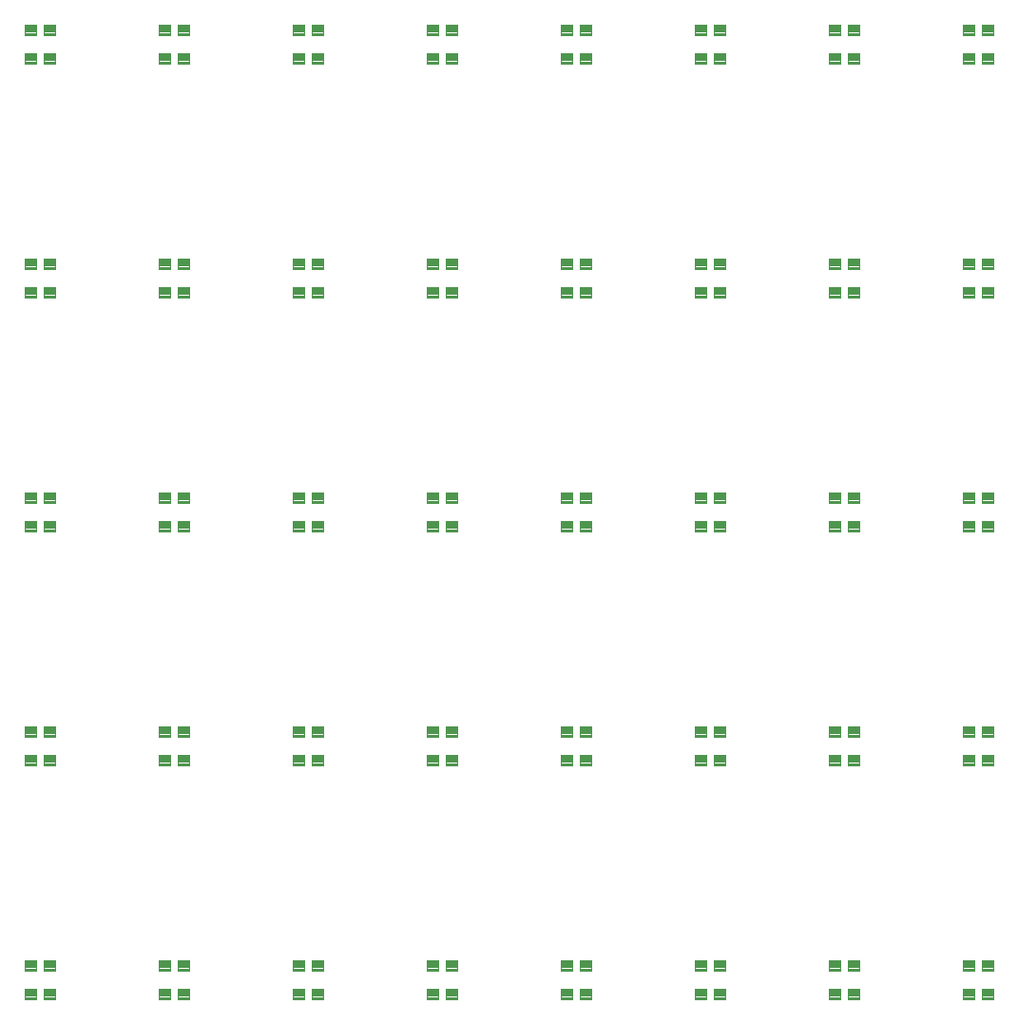
<source format=gbp>
G04 EAGLE Gerber RS-274X export*
G75*
%MOMM*%
%FSLAX34Y34*%
%LPD*%
%INSolderpaste Bottom*%
%IPPOS*%
%AMOC8*
5,1,8,0,0,1.08239X$1,22.5*%
G01*
%ADD10C,0.100000*%


D10*
X72700Y109800D02*
X62700Y109800D01*
X62700Y118800D01*
X72700Y118800D01*
X72700Y109800D01*
X72700Y110750D02*
X62700Y110750D01*
X62700Y111700D02*
X72700Y111700D01*
X72700Y112650D02*
X62700Y112650D01*
X62700Y113600D02*
X72700Y113600D01*
X72700Y114550D02*
X62700Y114550D01*
X62700Y115500D02*
X72700Y115500D01*
X72700Y116450D02*
X62700Y116450D01*
X62700Y117400D02*
X72700Y117400D01*
X72700Y118350D02*
X62700Y118350D01*
X79700Y109800D02*
X89700Y109800D01*
X79700Y109800D02*
X79700Y118800D01*
X89700Y118800D01*
X89700Y109800D01*
X89700Y110750D02*
X79700Y110750D01*
X79700Y111700D02*
X89700Y111700D01*
X89700Y112650D02*
X79700Y112650D01*
X79700Y113600D02*
X89700Y113600D01*
X89700Y114550D02*
X79700Y114550D01*
X79700Y115500D02*
X89700Y115500D01*
X89700Y116450D02*
X79700Y116450D01*
X79700Y117400D02*
X89700Y117400D01*
X89700Y118350D02*
X79700Y118350D01*
X72700Y135200D02*
X62700Y135200D01*
X62700Y144200D01*
X72700Y144200D01*
X72700Y135200D01*
X72700Y136150D02*
X62700Y136150D01*
X62700Y137100D02*
X72700Y137100D01*
X72700Y138050D02*
X62700Y138050D01*
X62700Y139000D02*
X72700Y139000D01*
X72700Y139950D02*
X62700Y139950D01*
X62700Y140900D02*
X72700Y140900D01*
X72700Y141850D02*
X62700Y141850D01*
X62700Y142800D02*
X72700Y142800D01*
X72700Y143750D02*
X62700Y143750D01*
X79700Y135200D02*
X89700Y135200D01*
X79700Y135200D02*
X79700Y144200D01*
X89700Y144200D01*
X89700Y135200D01*
X89700Y136150D02*
X79700Y136150D01*
X79700Y137100D02*
X89700Y137100D01*
X89700Y138050D02*
X79700Y138050D01*
X79700Y139000D02*
X89700Y139000D01*
X89700Y139950D02*
X79700Y139950D01*
X79700Y140900D02*
X89700Y140900D01*
X89700Y141850D02*
X79700Y141850D01*
X79700Y142800D02*
X89700Y142800D01*
X89700Y143750D02*
X79700Y143750D01*
X182080Y109800D02*
X192080Y109800D01*
X182080Y109800D02*
X182080Y118800D01*
X192080Y118800D01*
X192080Y109800D01*
X192080Y110750D02*
X182080Y110750D01*
X182080Y111700D02*
X192080Y111700D01*
X192080Y112650D02*
X182080Y112650D01*
X182080Y113600D02*
X192080Y113600D01*
X192080Y114550D02*
X182080Y114550D01*
X182080Y115500D02*
X192080Y115500D01*
X192080Y116450D02*
X182080Y116450D01*
X182080Y117400D02*
X192080Y117400D01*
X192080Y118350D02*
X182080Y118350D01*
X199080Y109800D02*
X209080Y109800D01*
X199080Y109800D02*
X199080Y118800D01*
X209080Y118800D01*
X209080Y109800D01*
X209080Y110750D02*
X199080Y110750D01*
X199080Y111700D02*
X209080Y111700D01*
X209080Y112650D02*
X199080Y112650D01*
X199080Y113600D02*
X209080Y113600D01*
X209080Y114550D02*
X199080Y114550D01*
X199080Y115500D02*
X209080Y115500D01*
X209080Y116450D02*
X199080Y116450D01*
X199080Y117400D02*
X209080Y117400D01*
X209080Y118350D02*
X199080Y118350D01*
X192080Y135200D02*
X182080Y135200D01*
X182080Y144200D01*
X192080Y144200D01*
X192080Y135200D01*
X192080Y136150D02*
X182080Y136150D01*
X182080Y137100D02*
X192080Y137100D01*
X192080Y138050D02*
X182080Y138050D01*
X182080Y139000D02*
X192080Y139000D01*
X192080Y139950D02*
X182080Y139950D01*
X182080Y140900D02*
X192080Y140900D01*
X192080Y141850D02*
X182080Y141850D01*
X182080Y142800D02*
X192080Y142800D01*
X192080Y143750D02*
X182080Y143750D01*
X199080Y135200D02*
X209080Y135200D01*
X199080Y135200D02*
X199080Y144200D01*
X209080Y144200D01*
X209080Y135200D01*
X209080Y136150D02*
X199080Y136150D01*
X199080Y137100D02*
X209080Y137100D01*
X209080Y138050D02*
X199080Y138050D01*
X199080Y139000D02*
X209080Y139000D01*
X209080Y139950D02*
X199080Y139950D01*
X199080Y140900D02*
X209080Y140900D01*
X209080Y141850D02*
X199080Y141850D01*
X199080Y142800D02*
X209080Y142800D01*
X209080Y143750D02*
X199080Y143750D01*
X301460Y109800D02*
X311460Y109800D01*
X301460Y109800D02*
X301460Y118800D01*
X311460Y118800D01*
X311460Y109800D01*
X311460Y110750D02*
X301460Y110750D01*
X301460Y111700D02*
X311460Y111700D01*
X311460Y112650D02*
X301460Y112650D01*
X301460Y113600D02*
X311460Y113600D01*
X311460Y114550D02*
X301460Y114550D01*
X301460Y115500D02*
X311460Y115500D01*
X311460Y116450D02*
X301460Y116450D01*
X301460Y117400D02*
X311460Y117400D01*
X311460Y118350D02*
X301460Y118350D01*
X318460Y109800D02*
X328460Y109800D01*
X318460Y109800D02*
X318460Y118800D01*
X328460Y118800D01*
X328460Y109800D01*
X328460Y110750D02*
X318460Y110750D01*
X318460Y111700D02*
X328460Y111700D01*
X328460Y112650D02*
X318460Y112650D01*
X318460Y113600D02*
X328460Y113600D01*
X328460Y114550D02*
X318460Y114550D01*
X318460Y115500D02*
X328460Y115500D01*
X328460Y116450D02*
X318460Y116450D01*
X318460Y117400D02*
X328460Y117400D01*
X328460Y118350D02*
X318460Y118350D01*
X311460Y135200D02*
X301460Y135200D01*
X301460Y144200D01*
X311460Y144200D01*
X311460Y135200D01*
X311460Y136150D02*
X301460Y136150D01*
X301460Y137100D02*
X311460Y137100D01*
X311460Y138050D02*
X301460Y138050D01*
X301460Y139000D02*
X311460Y139000D01*
X311460Y139950D02*
X301460Y139950D01*
X301460Y140900D02*
X311460Y140900D01*
X311460Y141850D02*
X301460Y141850D01*
X301460Y142800D02*
X311460Y142800D01*
X311460Y143750D02*
X301460Y143750D01*
X318460Y135200D02*
X328460Y135200D01*
X318460Y135200D02*
X318460Y144200D01*
X328460Y144200D01*
X328460Y135200D01*
X328460Y136150D02*
X318460Y136150D01*
X318460Y137100D02*
X328460Y137100D01*
X328460Y138050D02*
X318460Y138050D01*
X318460Y139000D02*
X328460Y139000D01*
X328460Y139950D02*
X318460Y139950D01*
X318460Y140900D02*
X328460Y140900D01*
X328460Y141850D02*
X318460Y141850D01*
X318460Y142800D02*
X328460Y142800D01*
X328460Y143750D02*
X318460Y143750D01*
X420840Y109800D02*
X430840Y109800D01*
X420840Y109800D02*
X420840Y118800D01*
X430840Y118800D01*
X430840Y109800D01*
X430840Y110750D02*
X420840Y110750D01*
X420840Y111700D02*
X430840Y111700D01*
X430840Y112650D02*
X420840Y112650D01*
X420840Y113600D02*
X430840Y113600D01*
X430840Y114550D02*
X420840Y114550D01*
X420840Y115500D02*
X430840Y115500D01*
X430840Y116450D02*
X420840Y116450D01*
X420840Y117400D02*
X430840Y117400D01*
X430840Y118350D02*
X420840Y118350D01*
X437840Y109800D02*
X447840Y109800D01*
X437840Y109800D02*
X437840Y118800D01*
X447840Y118800D01*
X447840Y109800D01*
X447840Y110750D02*
X437840Y110750D01*
X437840Y111700D02*
X447840Y111700D01*
X447840Y112650D02*
X437840Y112650D01*
X437840Y113600D02*
X447840Y113600D01*
X447840Y114550D02*
X437840Y114550D01*
X437840Y115500D02*
X447840Y115500D01*
X447840Y116450D02*
X437840Y116450D01*
X437840Y117400D02*
X447840Y117400D01*
X447840Y118350D02*
X437840Y118350D01*
X430840Y135200D02*
X420840Y135200D01*
X420840Y144200D01*
X430840Y144200D01*
X430840Y135200D01*
X430840Y136150D02*
X420840Y136150D01*
X420840Y137100D02*
X430840Y137100D01*
X430840Y138050D02*
X420840Y138050D01*
X420840Y139000D02*
X430840Y139000D01*
X430840Y139950D02*
X420840Y139950D01*
X420840Y140900D02*
X430840Y140900D01*
X430840Y141850D02*
X420840Y141850D01*
X420840Y142800D02*
X430840Y142800D01*
X430840Y143750D02*
X420840Y143750D01*
X437840Y135200D02*
X447840Y135200D01*
X437840Y135200D02*
X437840Y144200D01*
X447840Y144200D01*
X447840Y135200D01*
X447840Y136150D02*
X437840Y136150D01*
X437840Y137100D02*
X447840Y137100D01*
X447840Y138050D02*
X437840Y138050D01*
X437840Y139000D02*
X447840Y139000D01*
X447840Y139950D02*
X437840Y139950D01*
X437840Y140900D02*
X447840Y140900D01*
X447840Y141850D02*
X437840Y141850D01*
X437840Y142800D02*
X447840Y142800D01*
X447840Y143750D02*
X437840Y143750D01*
X540220Y109800D02*
X550220Y109800D01*
X540220Y109800D02*
X540220Y118800D01*
X550220Y118800D01*
X550220Y109800D01*
X550220Y110750D02*
X540220Y110750D01*
X540220Y111700D02*
X550220Y111700D01*
X550220Y112650D02*
X540220Y112650D01*
X540220Y113600D02*
X550220Y113600D01*
X550220Y114550D02*
X540220Y114550D01*
X540220Y115500D02*
X550220Y115500D01*
X550220Y116450D02*
X540220Y116450D01*
X540220Y117400D02*
X550220Y117400D01*
X550220Y118350D02*
X540220Y118350D01*
X557220Y109800D02*
X567220Y109800D01*
X557220Y109800D02*
X557220Y118800D01*
X567220Y118800D01*
X567220Y109800D01*
X567220Y110750D02*
X557220Y110750D01*
X557220Y111700D02*
X567220Y111700D01*
X567220Y112650D02*
X557220Y112650D01*
X557220Y113600D02*
X567220Y113600D01*
X567220Y114550D02*
X557220Y114550D01*
X557220Y115500D02*
X567220Y115500D01*
X567220Y116450D02*
X557220Y116450D01*
X557220Y117400D02*
X567220Y117400D01*
X567220Y118350D02*
X557220Y118350D01*
X550220Y135200D02*
X540220Y135200D01*
X540220Y144200D01*
X550220Y144200D01*
X550220Y135200D01*
X550220Y136150D02*
X540220Y136150D01*
X540220Y137100D02*
X550220Y137100D01*
X550220Y138050D02*
X540220Y138050D01*
X540220Y139000D02*
X550220Y139000D01*
X550220Y139950D02*
X540220Y139950D01*
X540220Y140900D02*
X550220Y140900D01*
X550220Y141850D02*
X540220Y141850D01*
X540220Y142800D02*
X550220Y142800D01*
X550220Y143750D02*
X540220Y143750D01*
X557220Y135200D02*
X567220Y135200D01*
X557220Y135200D02*
X557220Y144200D01*
X567220Y144200D01*
X567220Y135200D01*
X567220Y136150D02*
X557220Y136150D01*
X557220Y137100D02*
X567220Y137100D01*
X567220Y138050D02*
X557220Y138050D01*
X557220Y139000D02*
X567220Y139000D01*
X567220Y139950D02*
X557220Y139950D01*
X557220Y140900D02*
X567220Y140900D01*
X567220Y141850D02*
X557220Y141850D01*
X557220Y142800D02*
X567220Y142800D01*
X567220Y143750D02*
X557220Y143750D01*
X659600Y109800D02*
X669600Y109800D01*
X659600Y109800D02*
X659600Y118800D01*
X669600Y118800D01*
X669600Y109800D01*
X669600Y110750D02*
X659600Y110750D01*
X659600Y111700D02*
X669600Y111700D01*
X669600Y112650D02*
X659600Y112650D01*
X659600Y113600D02*
X669600Y113600D01*
X669600Y114550D02*
X659600Y114550D01*
X659600Y115500D02*
X669600Y115500D01*
X669600Y116450D02*
X659600Y116450D01*
X659600Y117400D02*
X669600Y117400D01*
X669600Y118350D02*
X659600Y118350D01*
X676600Y109800D02*
X686600Y109800D01*
X676600Y109800D02*
X676600Y118800D01*
X686600Y118800D01*
X686600Y109800D01*
X686600Y110750D02*
X676600Y110750D01*
X676600Y111700D02*
X686600Y111700D01*
X686600Y112650D02*
X676600Y112650D01*
X676600Y113600D02*
X686600Y113600D01*
X686600Y114550D02*
X676600Y114550D01*
X676600Y115500D02*
X686600Y115500D01*
X686600Y116450D02*
X676600Y116450D01*
X676600Y117400D02*
X686600Y117400D01*
X686600Y118350D02*
X676600Y118350D01*
X669600Y135200D02*
X659600Y135200D01*
X659600Y144200D01*
X669600Y144200D01*
X669600Y135200D01*
X669600Y136150D02*
X659600Y136150D01*
X659600Y137100D02*
X669600Y137100D01*
X669600Y138050D02*
X659600Y138050D01*
X659600Y139000D02*
X669600Y139000D01*
X669600Y139950D02*
X659600Y139950D01*
X659600Y140900D02*
X669600Y140900D01*
X669600Y141850D02*
X659600Y141850D01*
X659600Y142800D02*
X669600Y142800D01*
X669600Y143750D02*
X659600Y143750D01*
X676600Y135200D02*
X686600Y135200D01*
X676600Y135200D02*
X676600Y144200D01*
X686600Y144200D01*
X686600Y135200D01*
X686600Y136150D02*
X676600Y136150D01*
X676600Y137100D02*
X686600Y137100D01*
X686600Y138050D02*
X676600Y138050D01*
X676600Y139000D02*
X686600Y139000D01*
X686600Y139950D02*
X676600Y139950D01*
X676600Y140900D02*
X686600Y140900D01*
X686600Y141850D02*
X676600Y141850D01*
X676600Y142800D02*
X686600Y142800D01*
X686600Y143750D02*
X676600Y143750D01*
X778980Y109800D02*
X788980Y109800D01*
X778980Y109800D02*
X778980Y118800D01*
X788980Y118800D01*
X788980Y109800D01*
X788980Y110750D02*
X778980Y110750D01*
X778980Y111700D02*
X788980Y111700D01*
X788980Y112650D02*
X778980Y112650D01*
X778980Y113600D02*
X788980Y113600D01*
X788980Y114550D02*
X778980Y114550D01*
X778980Y115500D02*
X788980Y115500D01*
X788980Y116450D02*
X778980Y116450D01*
X778980Y117400D02*
X788980Y117400D01*
X788980Y118350D02*
X778980Y118350D01*
X795980Y109800D02*
X805980Y109800D01*
X795980Y109800D02*
X795980Y118800D01*
X805980Y118800D01*
X805980Y109800D01*
X805980Y110750D02*
X795980Y110750D01*
X795980Y111700D02*
X805980Y111700D01*
X805980Y112650D02*
X795980Y112650D01*
X795980Y113600D02*
X805980Y113600D01*
X805980Y114550D02*
X795980Y114550D01*
X795980Y115500D02*
X805980Y115500D01*
X805980Y116450D02*
X795980Y116450D01*
X795980Y117400D02*
X805980Y117400D01*
X805980Y118350D02*
X795980Y118350D01*
X788980Y135200D02*
X778980Y135200D01*
X778980Y144200D01*
X788980Y144200D01*
X788980Y135200D01*
X788980Y136150D02*
X778980Y136150D01*
X778980Y137100D02*
X788980Y137100D01*
X788980Y138050D02*
X778980Y138050D01*
X778980Y139000D02*
X788980Y139000D01*
X788980Y139950D02*
X778980Y139950D01*
X778980Y140900D02*
X788980Y140900D01*
X788980Y141850D02*
X778980Y141850D01*
X778980Y142800D02*
X788980Y142800D01*
X788980Y143750D02*
X778980Y143750D01*
X795980Y135200D02*
X805980Y135200D01*
X795980Y135200D02*
X795980Y144200D01*
X805980Y144200D01*
X805980Y135200D01*
X805980Y136150D02*
X795980Y136150D01*
X795980Y137100D02*
X805980Y137100D01*
X805980Y138050D02*
X795980Y138050D01*
X795980Y139000D02*
X805980Y139000D01*
X805980Y139950D02*
X795980Y139950D01*
X795980Y140900D02*
X805980Y140900D01*
X805980Y141850D02*
X795980Y141850D01*
X795980Y142800D02*
X805980Y142800D01*
X805980Y143750D02*
X795980Y143750D01*
X898360Y109800D02*
X908360Y109800D01*
X898360Y109800D02*
X898360Y118800D01*
X908360Y118800D01*
X908360Y109800D01*
X908360Y110750D02*
X898360Y110750D01*
X898360Y111700D02*
X908360Y111700D01*
X908360Y112650D02*
X898360Y112650D01*
X898360Y113600D02*
X908360Y113600D01*
X908360Y114550D02*
X898360Y114550D01*
X898360Y115500D02*
X908360Y115500D01*
X908360Y116450D02*
X898360Y116450D01*
X898360Y117400D02*
X908360Y117400D01*
X908360Y118350D02*
X898360Y118350D01*
X915360Y109800D02*
X925360Y109800D01*
X915360Y109800D02*
X915360Y118800D01*
X925360Y118800D01*
X925360Y109800D01*
X925360Y110750D02*
X915360Y110750D01*
X915360Y111700D02*
X925360Y111700D01*
X925360Y112650D02*
X915360Y112650D01*
X915360Y113600D02*
X925360Y113600D01*
X925360Y114550D02*
X915360Y114550D01*
X915360Y115500D02*
X925360Y115500D01*
X925360Y116450D02*
X915360Y116450D01*
X915360Y117400D02*
X925360Y117400D01*
X925360Y118350D02*
X915360Y118350D01*
X908360Y135200D02*
X898360Y135200D01*
X898360Y144200D01*
X908360Y144200D01*
X908360Y135200D01*
X908360Y136150D02*
X898360Y136150D01*
X898360Y137100D02*
X908360Y137100D01*
X908360Y138050D02*
X898360Y138050D01*
X898360Y139000D02*
X908360Y139000D01*
X908360Y139950D02*
X898360Y139950D01*
X898360Y140900D02*
X908360Y140900D01*
X908360Y141850D02*
X898360Y141850D01*
X898360Y142800D02*
X908360Y142800D01*
X908360Y143750D02*
X898360Y143750D01*
X915360Y135200D02*
X925360Y135200D01*
X915360Y135200D02*
X915360Y144200D01*
X925360Y144200D01*
X925360Y135200D01*
X925360Y136150D02*
X915360Y136150D01*
X915360Y137100D02*
X925360Y137100D01*
X925360Y138050D02*
X915360Y138050D01*
X915360Y139000D02*
X925360Y139000D01*
X925360Y139950D02*
X915360Y139950D01*
X915360Y140900D02*
X925360Y140900D01*
X925360Y141850D02*
X915360Y141850D01*
X915360Y142800D02*
X925360Y142800D01*
X925360Y143750D02*
X915360Y143750D01*
X72700Y318080D02*
X62700Y318080D01*
X62700Y327080D01*
X72700Y327080D01*
X72700Y318080D01*
X72700Y319030D02*
X62700Y319030D01*
X62700Y319980D02*
X72700Y319980D01*
X72700Y320930D02*
X62700Y320930D01*
X62700Y321880D02*
X72700Y321880D01*
X72700Y322830D02*
X62700Y322830D01*
X62700Y323780D02*
X72700Y323780D01*
X72700Y324730D02*
X62700Y324730D01*
X62700Y325680D02*
X72700Y325680D01*
X72700Y326630D02*
X62700Y326630D01*
X79700Y318080D02*
X89700Y318080D01*
X79700Y318080D02*
X79700Y327080D01*
X89700Y327080D01*
X89700Y318080D01*
X89700Y319030D02*
X79700Y319030D01*
X79700Y319980D02*
X89700Y319980D01*
X89700Y320930D02*
X79700Y320930D01*
X79700Y321880D02*
X89700Y321880D01*
X89700Y322830D02*
X79700Y322830D01*
X79700Y323780D02*
X89700Y323780D01*
X89700Y324730D02*
X79700Y324730D01*
X79700Y325680D02*
X89700Y325680D01*
X89700Y326630D02*
X79700Y326630D01*
X72700Y343480D02*
X62700Y343480D01*
X62700Y352480D01*
X72700Y352480D01*
X72700Y343480D01*
X72700Y344430D02*
X62700Y344430D01*
X62700Y345380D02*
X72700Y345380D01*
X72700Y346330D02*
X62700Y346330D01*
X62700Y347280D02*
X72700Y347280D01*
X72700Y348230D02*
X62700Y348230D01*
X62700Y349180D02*
X72700Y349180D01*
X72700Y350130D02*
X62700Y350130D01*
X62700Y351080D02*
X72700Y351080D01*
X72700Y352030D02*
X62700Y352030D01*
X79700Y343480D02*
X89700Y343480D01*
X79700Y343480D02*
X79700Y352480D01*
X89700Y352480D01*
X89700Y343480D01*
X89700Y344430D02*
X79700Y344430D01*
X79700Y345380D02*
X89700Y345380D01*
X89700Y346330D02*
X79700Y346330D01*
X79700Y347280D02*
X89700Y347280D01*
X89700Y348230D02*
X79700Y348230D01*
X79700Y349180D02*
X89700Y349180D01*
X89700Y350130D02*
X79700Y350130D01*
X79700Y351080D02*
X89700Y351080D01*
X89700Y352030D02*
X79700Y352030D01*
X182080Y318080D02*
X192080Y318080D01*
X182080Y318080D02*
X182080Y327080D01*
X192080Y327080D01*
X192080Y318080D01*
X192080Y319030D02*
X182080Y319030D01*
X182080Y319980D02*
X192080Y319980D01*
X192080Y320930D02*
X182080Y320930D01*
X182080Y321880D02*
X192080Y321880D01*
X192080Y322830D02*
X182080Y322830D01*
X182080Y323780D02*
X192080Y323780D01*
X192080Y324730D02*
X182080Y324730D01*
X182080Y325680D02*
X192080Y325680D01*
X192080Y326630D02*
X182080Y326630D01*
X199080Y318080D02*
X209080Y318080D01*
X199080Y318080D02*
X199080Y327080D01*
X209080Y327080D01*
X209080Y318080D01*
X209080Y319030D02*
X199080Y319030D01*
X199080Y319980D02*
X209080Y319980D01*
X209080Y320930D02*
X199080Y320930D01*
X199080Y321880D02*
X209080Y321880D01*
X209080Y322830D02*
X199080Y322830D01*
X199080Y323780D02*
X209080Y323780D01*
X209080Y324730D02*
X199080Y324730D01*
X199080Y325680D02*
X209080Y325680D01*
X209080Y326630D02*
X199080Y326630D01*
X192080Y343480D02*
X182080Y343480D01*
X182080Y352480D01*
X192080Y352480D01*
X192080Y343480D01*
X192080Y344430D02*
X182080Y344430D01*
X182080Y345380D02*
X192080Y345380D01*
X192080Y346330D02*
X182080Y346330D01*
X182080Y347280D02*
X192080Y347280D01*
X192080Y348230D02*
X182080Y348230D01*
X182080Y349180D02*
X192080Y349180D01*
X192080Y350130D02*
X182080Y350130D01*
X182080Y351080D02*
X192080Y351080D01*
X192080Y352030D02*
X182080Y352030D01*
X199080Y343480D02*
X209080Y343480D01*
X199080Y343480D02*
X199080Y352480D01*
X209080Y352480D01*
X209080Y343480D01*
X209080Y344430D02*
X199080Y344430D01*
X199080Y345380D02*
X209080Y345380D01*
X209080Y346330D02*
X199080Y346330D01*
X199080Y347280D02*
X209080Y347280D01*
X209080Y348230D02*
X199080Y348230D01*
X199080Y349180D02*
X209080Y349180D01*
X209080Y350130D02*
X199080Y350130D01*
X199080Y351080D02*
X209080Y351080D01*
X209080Y352030D02*
X199080Y352030D01*
X301460Y318080D02*
X311460Y318080D01*
X301460Y318080D02*
X301460Y327080D01*
X311460Y327080D01*
X311460Y318080D01*
X311460Y319030D02*
X301460Y319030D01*
X301460Y319980D02*
X311460Y319980D01*
X311460Y320930D02*
X301460Y320930D01*
X301460Y321880D02*
X311460Y321880D01*
X311460Y322830D02*
X301460Y322830D01*
X301460Y323780D02*
X311460Y323780D01*
X311460Y324730D02*
X301460Y324730D01*
X301460Y325680D02*
X311460Y325680D01*
X311460Y326630D02*
X301460Y326630D01*
X318460Y318080D02*
X328460Y318080D01*
X318460Y318080D02*
X318460Y327080D01*
X328460Y327080D01*
X328460Y318080D01*
X328460Y319030D02*
X318460Y319030D01*
X318460Y319980D02*
X328460Y319980D01*
X328460Y320930D02*
X318460Y320930D01*
X318460Y321880D02*
X328460Y321880D01*
X328460Y322830D02*
X318460Y322830D01*
X318460Y323780D02*
X328460Y323780D01*
X328460Y324730D02*
X318460Y324730D01*
X318460Y325680D02*
X328460Y325680D01*
X328460Y326630D02*
X318460Y326630D01*
X311460Y343480D02*
X301460Y343480D01*
X301460Y352480D01*
X311460Y352480D01*
X311460Y343480D01*
X311460Y344430D02*
X301460Y344430D01*
X301460Y345380D02*
X311460Y345380D01*
X311460Y346330D02*
X301460Y346330D01*
X301460Y347280D02*
X311460Y347280D01*
X311460Y348230D02*
X301460Y348230D01*
X301460Y349180D02*
X311460Y349180D01*
X311460Y350130D02*
X301460Y350130D01*
X301460Y351080D02*
X311460Y351080D01*
X311460Y352030D02*
X301460Y352030D01*
X318460Y343480D02*
X328460Y343480D01*
X318460Y343480D02*
X318460Y352480D01*
X328460Y352480D01*
X328460Y343480D01*
X328460Y344430D02*
X318460Y344430D01*
X318460Y345380D02*
X328460Y345380D01*
X328460Y346330D02*
X318460Y346330D01*
X318460Y347280D02*
X328460Y347280D01*
X328460Y348230D02*
X318460Y348230D01*
X318460Y349180D02*
X328460Y349180D01*
X328460Y350130D02*
X318460Y350130D01*
X318460Y351080D02*
X328460Y351080D01*
X328460Y352030D02*
X318460Y352030D01*
X420840Y318080D02*
X430840Y318080D01*
X420840Y318080D02*
X420840Y327080D01*
X430840Y327080D01*
X430840Y318080D01*
X430840Y319030D02*
X420840Y319030D01*
X420840Y319980D02*
X430840Y319980D01*
X430840Y320930D02*
X420840Y320930D01*
X420840Y321880D02*
X430840Y321880D01*
X430840Y322830D02*
X420840Y322830D01*
X420840Y323780D02*
X430840Y323780D01*
X430840Y324730D02*
X420840Y324730D01*
X420840Y325680D02*
X430840Y325680D01*
X430840Y326630D02*
X420840Y326630D01*
X437840Y318080D02*
X447840Y318080D01*
X437840Y318080D02*
X437840Y327080D01*
X447840Y327080D01*
X447840Y318080D01*
X447840Y319030D02*
X437840Y319030D01*
X437840Y319980D02*
X447840Y319980D01*
X447840Y320930D02*
X437840Y320930D01*
X437840Y321880D02*
X447840Y321880D01*
X447840Y322830D02*
X437840Y322830D01*
X437840Y323780D02*
X447840Y323780D01*
X447840Y324730D02*
X437840Y324730D01*
X437840Y325680D02*
X447840Y325680D01*
X447840Y326630D02*
X437840Y326630D01*
X430840Y343480D02*
X420840Y343480D01*
X420840Y352480D01*
X430840Y352480D01*
X430840Y343480D01*
X430840Y344430D02*
X420840Y344430D01*
X420840Y345380D02*
X430840Y345380D01*
X430840Y346330D02*
X420840Y346330D01*
X420840Y347280D02*
X430840Y347280D01*
X430840Y348230D02*
X420840Y348230D01*
X420840Y349180D02*
X430840Y349180D01*
X430840Y350130D02*
X420840Y350130D01*
X420840Y351080D02*
X430840Y351080D01*
X430840Y352030D02*
X420840Y352030D01*
X437840Y343480D02*
X447840Y343480D01*
X437840Y343480D02*
X437840Y352480D01*
X447840Y352480D01*
X447840Y343480D01*
X447840Y344430D02*
X437840Y344430D01*
X437840Y345380D02*
X447840Y345380D01*
X447840Y346330D02*
X437840Y346330D01*
X437840Y347280D02*
X447840Y347280D01*
X447840Y348230D02*
X437840Y348230D01*
X437840Y349180D02*
X447840Y349180D01*
X447840Y350130D02*
X437840Y350130D01*
X437840Y351080D02*
X447840Y351080D01*
X447840Y352030D02*
X437840Y352030D01*
X540220Y318080D02*
X550220Y318080D01*
X540220Y318080D02*
X540220Y327080D01*
X550220Y327080D01*
X550220Y318080D01*
X550220Y319030D02*
X540220Y319030D01*
X540220Y319980D02*
X550220Y319980D01*
X550220Y320930D02*
X540220Y320930D01*
X540220Y321880D02*
X550220Y321880D01*
X550220Y322830D02*
X540220Y322830D01*
X540220Y323780D02*
X550220Y323780D01*
X550220Y324730D02*
X540220Y324730D01*
X540220Y325680D02*
X550220Y325680D01*
X550220Y326630D02*
X540220Y326630D01*
X557220Y318080D02*
X567220Y318080D01*
X557220Y318080D02*
X557220Y327080D01*
X567220Y327080D01*
X567220Y318080D01*
X567220Y319030D02*
X557220Y319030D01*
X557220Y319980D02*
X567220Y319980D01*
X567220Y320930D02*
X557220Y320930D01*
X557220Y321880D02*
X567220Y321880D01*
X567220Y322830D02*
X557220Y322830D01*
X557220Y323780D02*
X567220Y323780D01*
X567220Y324730D02*
X557220Y324730D01*
X557220Y325680D02*
X567220Y325680D01*
X567220Y326630D02*
X557220Y326630D01*
X550220Y343480D02*
X540220Y343480D01*
X540220Y352480D01*
X550220Y352480D01*
X550220Y343480D01*
X550220Y344430D02*
X540220Y344430D01*
X540220Y345380D02*
X550220Y345380D01*
X550220Y346330D02*
X540220Y346330D01*
X540220Y347280D02*
X550220Y347280D01*
X550220Y348230D02*
X540220Y348230D01*
X540220Y349180D02*
X550220Y349180D01*
X550220Y350130D02*
X540220Y350130D01*
X540220Y351080D02*
X550220Y351080D01*
X550220Y352030D02*
X540220Y352030D01*
X557220Y343480D02*
X567220Y343480D01*
X557220Y343480D02*
X557220Y352480D01*
X567220Y352480D01*
X567220Y343480D01*
X567220Y344430D02*
X557220Y344430D01*
X557220Y345380D02*
X567220Y345380D01*
X567220Y346330D02*
X557220Y346330D01*
X557220Y347280D02*
X567220Y347280D01*
X567220Y348230D02*
X557220Y348230D01*
X557220Y349180D02*
X567220Y349180D01*
X567220Y350130D02*
X557220Y350130D01*
X557220Y351080D02*
X567220Y351080D01*
X567220Y352030D02*
X557220Y352030D01*
X659600Y318080D02*
X669600Y318080D01*
X659600Y318080D02*
X659600Y327080D01*
X669600Y327080D01*
X669600Y318080D01*
X669600Y319030D02*
X659600Y319030D01*
X659600Y319980D02*
X669600Y319980D01*
X669600Y320930D02*
X659600Y320930D01*
X659600Y321880D02*
X669600Y321880D01*
X669600Y322830D02*
X659600Y322830D01*
X659600Y323780D02*
X669600Y323780D01*
X669600Y324730D02*
X659600Y324730D01*
X659600Y325680D02*
X669600Y325680D01*
X669600Y326630D02*
X659600Y326630D01*
X676600Y318080D02*
X686600Y318080D01*
X676600Y318080D02*
X676600Y327080D01*
X686600Y327080D01*
X686600Y318080D01*
X686600Y319030D02*
X676600Y319030D01*
X676600Y319980D02*
X686600Y319980D01*
X686600Y320930D02*
X676600Y320930D01*
X676600Y321880D02*
X686600Y321880D01*
X686600Y322830D02*
X676600Y322830D01*
X676600Y323780D02*
X686600Y323780D01*
X686600Y324730D02*
X676600Y324730D01*
X676600Y325680D02*
X686600Y325680D01*
X686600Y326630D02*
X676600Y326630D01*
X669600Y343480D02*
X659600Y343480D01*
X659600Y352480D01*
X669600Y352480D01*
X669600Y343480D01*
X669600Y344430D02*
X659600Y344430D01*
X659600Y345380D02*
X669600Y345380D01*
X669600Y346330D02*
X659600Y346330D01*
X659600Y347280D02*
X669600Y347280D01*
X669600Y348230D02*
X659600Y348230D01*
X659600Y349180D02*
X669600Y349180D01*
X669600Y350130D02*
X659600Y350130D01*
X659600Y351080D02*
X669600Y351080D01*
X669600Y352030D02*
X659600Y352030D01*
X676600Y343480D02*
X686600Y343480D01*
X676600Y343480D02*
X676600Y352480D01*
X686600Y352480D01*
X686600Y343480D01*
X686600Y344430D02*
X676600Y344430D01*
X676600Y345380D02*
X686600Y345380D01*
X686600Y346330D02*
X676600Y346330D01*
X676600Y347280D02*
X686600Y347280D01*
X686600Y348230D02*
X676600Y348230D01*
X676600Y349180D02*
X686600Y349180D01*
X686600Y350130D02*
X676600Y350130D01*
X676600Y351080D02*
X686600Y351080D01*
X686600Y352030D02*
X676600Y352030D01*
X778980Y318080D02*
X788980Y318080D01*
X778980Y318080D02*
X778980Y327080D01*
X788980Y327080D01*
X788980Y318080D01*
X788980Y319030D02*
X778980Y319030D01*
X778980Y319980D02*
X788980Y319980D01*
X788980Y320930D02*
X778980Y320930D01*
X778980Y321880D02*
X788980Y321880D01*
X788980Y322830D02*
X778980Y322830D01*
X778980Y323780D02*
X788980Y323780D01*
X788980Y324730D02*
X778980Y324730D01*
X778980Y325680D02*
X788980Y325680D01*
X788980Y326630D02*
X778980Y326630D01*
X795980Y318080D02*
X805980Y318080D01*
X795980Y318080D02*
X795980Y327080D01*
X805980Y327080D01*
X805980Y318080D01*
X805980Y319030D02*
X795980Y319030D01*
X795980Y319980D02*
X805980Y319980D01*
X805980Y320930D02*
X795980Y320930D01*
X795980Y321880D02*
X805980Y321880D01*
X805980Y322830D02*
X795980Y322830D01*
X795980Y323780D02*
X805980Y323780D01*
X805980Y324730D02*
X795980Y324730D01*
X795980Y325680D02*
X805980Y325680D01*
X805980Y326630D02*
X795980Y326630D01*
X788980Y343480D02*
X778980Y343480D01*
X778980Y352480D01*
X788980Y352480D01*
X788980Y343480D01*
X788980Y344430D02*
X778980Y344430D01*
X778980Y345380D02*
X788980Y345380D01*
X788980Y346330D02*
X778980Y346330D01*
X778980Y347280D02*
X788980Y347280D01*
X788980Y348230D02*
X778980Y348230D01*
X778980Y349180D02*
X788980Y349180D01*
X788980Y350130D02*
X778980Y350130D01*
X778980Y351080D02*
X788980Y351080D01*
X788980Y352030D02*
X778980Y352030D01*
X795980Y343480D02*
X805980Y343480D01*
X795980Y343480D02*
X795980Y352480D01*
X805980Y352480D01*
X805980Y343480D01*
X805980Y344430D02*
X795980Y344430D01*
X795980Y345380D02*
X805980Y345380D01*
X805980Y346330D02*
X795980Y346330D01*
X795980Y347280D02*
X805980Y347280D01*
X805980Y348230D02*
X795980Y348230D01*
X795980Y349180D02*
X805980Y349180D01*
X805980Y350130D02*
X795980Y350130D01*
X795980Y351080D02*
X805980Y351080D01*
X805980Y352030D02*
X795980Y352030D01*
X898360Y318080D02*
X908360Y318080D01*
X898360Y318080D02*
X898360Y327080D01*
X908360Y327080D01*
X908360Y318080D01*
X908360Y319030D02*
X898360Y319030D01*
X898360Y319980D02*
X908360Y319980D01*
X908360Y320930D02*
X898360Y320930D01*
X898360Y321880D02*
X908360Y321880D01*
X908360Y322830D02*
X898360Y322830D01*
X898360Y323780D02*
X908360Y323780D01*
X908360Y324730D02*
X898360Y324730D01*
X898360Y325680D02*
X908360Y325680D01*
X908360Y326630D02*
X898360Y326630D01*
X915360Y318080D02*
X925360Y318080D01*
X915360Y318080D02*
X915360Y327080D01*
X925360Y327080D01*
X925360Y318080D01*
X925360Y319030D02*
X915360Y319030D01*
X915360Y319980D02*
X925360Y319980D01*
X925360Y320930D02*
X915360Y320930D01*
X915360Y321880D02*
X925360Y321880D01*
X925360Y322830D02*
X915360Y322830D01*
X915360Y323780D02*
X925360Y323780D01*
X925360Y324730D02*
X915360Y324730D01*
X915360Y325680D02*
X925360Y325680D01*
X925360Y326630D02*
X915360Y326630D01*
X908360Y343480D02*
X898360Y343480D01*
X898360Y352480D01*
X908360Y352480D01*
X908360Y343480D01*
X908360Y344430D02*
X898360Y344430D01*
X898360Y345380D02*
X908360Y345380D01*
X908360Y346330D02*
X898360Y346330D01*
X898360Y347280D02*
X908360Y347280D01*
X908360Y348230D02*
X898360Y348230D01*
X898360Y349180D02*
X908360Y349180D01*
X908360Y350130D02*
X898360Y350130D01*
X898360Y351080D02*
X908360Y351080D01*
X908360Y352030D02*
X898360Y352030D01*
X915360Y343480D02*
X925360Y343480D01*
X915360Y343480D02*
X915360Y352480D01*
X925360Y352480D01*
X925360Y343480D01*
X925360Y344430D02*
X915360Y344430D01*
X915360Y345380D02*
X925360Y345380D01*
X925360Y346330D02*
X915360Y346330D01*
X915360Y347280D02*
X925360Y347280D01*
X925360Y348230D02*
X915360Y348230D01*
X915360Y349180D02*
X925360Y349180D01*
X925360Y350130D02*
X915360Y350130D01*
X915360Y351080D02*
X925360Y351080D01*
X925360Y352030D02*
X915360Y352030D01*
X72700Y526360D02*
X62700Y526360D01*
X62700Y535360D01*
X72700Y535360D01*
X72700Y526360D01*
X72700Y527310D02*
X62700Y527310D01*
X62700Y528260D02*
X72700Y528260D01*
X72700Y529210D02*
X62700Y529210D01*
X62700Y530160D02*
X72700Y530160D01*
X72700Y531110D02*
X62700Y531110D01*
X62700Y532060D02*
X72700Y532060D01*
X72700Y533010D02*
X62700Y533010D01*
X62700Y533960D02*
X72700Y533960D01*
X72700Y534910D02*
X62700Y534910D01*
X79700Y526360D02*
X89700Y526360D01*
X79700Y526360D02*
X79700Y535360D01*
X89700Y535360D01*
X89700Y526360D01*
X89700Y527310D02*
X79700Y527310D01*
X79700Y528260D02*
X89700Y528260D01*
X89700Y529210D02*
X79700Y529210D01*
X79700Y530160D02*
X89700Y530160D01*
X89700Y531110D02*
X79700Y531110D01*
X79700Y532060D02*
X89700Y532060D01*
X89700Y533010D02*
X79700Y533010D01*
X79700Y533960D02*
X89700Y533960D01*
X89700Y534910D02*
X79700Y534910D01*
X72700Y551760D02*
X62700Y551760D01*
X62700Y560760D01*
X72700Y560760D01*
X72700Y551760D01*
X72700Y552710D02*
X62700Y552710D01*
X62700Y553660D02*
X72700Y553660D01*
X72700Y554610D02*
X62700Y554610D01*
X62700Y555560D02*
X72700Y555560D01*
X72700Y556510D02*
X62700Y556510D01*
X62700Y557460D02*
X72700Y557460D01*
X72700Y558410D02*
X62700Y558410D01*
X62700Y559360D02*
X72700Y559360D01*
X72700Y560310D02*
X62700Y560310D01*
X79700Y551760D02*
X89700Y551760D01*
X79700Y551760D02*
X79700Y560760D01*
X89700Y560760D01*
X89700Y551760D01*
X89700Y552710D02*
X79700Y552710D01*
X79700Y553660D02*
X89700Y553660D01*
X89700Y554610D02*
X79700Y554610D01*
X79700Y555560D02*
X89700Y555560D01*
X89700Y556510D02*
X79700Y556510D01*
X79700Y557460D02*
X89700Y557460D01*
X89700Y558410D02*
X79700Y558410D01*
X79700Y559360D02*
X89700Y559360D01*
X89700Y560310D02*
X79700Y560310D01*
X182080Y526360D02*
X192080Y526360D01*
X182080Y526360D02*
X182080Y535360D01*
X192080Y535360D01*
X192080Y526360D01*
X192080Y527310D02*
X182080Y527310D01*
X182080Y528260D02*
X192080Y528260D01*
X192080Y529210D02*
X182080Y529210D01*
X182080Y530160D02*
X192080Y530160D01*
X192080Y531110D02*
X182080Y531110D01*
X182080Y532060D02*
X192080Y532060D01*
X192080Y533010D02*
X182080Y533010D01*
X182080Y533960D02*
X192080Y533960D01*
X192080Y534910D02*
X182080Y534910D01*
X199080Y526360D02*
X209080Y526360D01*
X199080Y526360D02*
X199080Y535360D01*
X209080Y535360D01*
X209080Y526360D01*
X209080Y527310D02*
X199080Y527310D01*
X199080Y528260D02*
X209080Y528260D01*
X209080Y529210D02*
X199080Y529210D01*
X199080Y530160D02*
X209080Y530160D01*
X209080Y531110D02*
X199080Y531110D01*
X199080Y532060D02*
X209080Y532060D01*
X209080Y533010D02*
X199080Y533010D01*
X199080Y533960D02*
X209080Y533960D01*
X209080Y534910D02*
X199080Y534910D01*
X192080Y551760D02*
X182080Y551760D01*
X182080Y560760D01*
X192080Y560760D01*
X192080Y551760D01*
X192080Y552710D02*
X182080Y552710D01*
X182080Y553660D02*
X192080Y553660D01*
X192080Y554610D02*
X182080Y554610D01*
X182080Y555560D02*
X192080Y555560D01*
X192080Y556510D02*
X182080Y556510D01*
X182080Y557460D02*
X192080Y557460D01*
X192080Y558410D02*
X182080Y558410D01*
X182080Y559360D02*
X192080Y559360D01*
X192080Y560310D02*
X182080Y560310D01*
X199080Y551760D02*
X209080Y551760D01*
X199080Y551760D02*
X199080Y560760D01*
X209080Y560760D01*
X209080Y551760D01*
X209080Y552710D02*
X199080Y552710D01*
X199080Y553660D02*
X209080Y553660D01*
X209080Y554610D02*
X199080Y554610D01*
X199080Y555560D02*
X209080Y555560D01*
X209080Y556510D02*
X199080Y556510D01*
X199080Y557460D02*
X209080Y557460D01*
X209080Y558410D02*
X199080Y558410D01*
X199080Y559360D02*
X209080Y559360D01*
X209080Y560310D02*
X199080Y560310D01*
X301460Y526360D02*
X311460Y526360D01*
X301460Y526360D02*
X301460Y535360D01*
X311460Y535360D01*
X311460Y526360D01*
X311460Y527310D02*
X301460Y527310D01*
X301460Y528260D02*
X311460Y528260D01*
X311460Y529210D02*
X301460Y529210D01*
X301460Y530160D02*
X311460Y530160D01*
X311460Y531110D02*
X301460Y531110D01*
X301460Y532060D02*
X311460Y532060D01*
X311460Y533010D02*
X301460Y533010D01*
X301460Y533960D02*
X311460Y533960D01*
X311460Y534910D02*
X301460Y534910D01*
X318460Y526360D02*
X328460Y526360D01*
X318460Y526360D02*
X318460Y535360D01*
X328460Y535360D01*
X328460Y526360D01*
X328460Y527310D02*
X318460Y527310D01*
X318460Y528260D02*
X328460Y528260D01*
X328460Y529210D02*
X318460Y529210D01*
X318460Y530160D02*
X328460Y530160D01*
X328460Y531110D02*
X318460Y531110D01*
X318460Y532060D02*
X328460Y532060D01*
X328460Y533010D02*
X318460Y533010D01*
X318460Y533960D02*
X328460Y533960D01*
X328460Y534910D02*
X318460Y534910D01*
X311460Y551760D02*
X301460Y551760D01*
X301460Y560760D01*
X311460Y560760D01*
X311460Y551760D01*
X311460Y552710D02*
X301460Y552710D01*
X301460Y553660D02*
X311460Y553660D01*
X311460Y554610D02*
X301460Y554610D01*
X301460Y555560D02*
X311460Y555560D01*
X311460Y556510D02*
X301460Y556510D01*
X301460Y557460D02*
X311460Y557460D01*
X311460Y558410D02*
X301460Y558410D01*
X301460Y559360D02*
X311460Y559360D01*
X311460Y560310D02*
X301460Y560310D01*
X318460Y551760D02*
X328460Y551760D01*
X318460Y551760D02*
X318460Y560760D01*
X328460Y560760D01*
X328460Y551760D01*
X328460Y552710D02*
X318460Y552710D01*
X318460Y553660D02*
X328460Y553660D01*
X328460Y554610D02*
X318460Y554610D01*
X318460Y555560D02*
X328460Y555560D01*
X328460Y556510D02*
X318460Y556510D01*
X318460Y557460D02*
X328460Y557460D01*
X328460Y558410D02*
X318460Y558410D01*
X318460Y559360D02*
X328460Y559360D01*
X328460Y560310D02*
X318460Y560310D01*
X420840Y526360D02*
X430840Y526360D01*
X420840Y526360D02*
X420840Y535360D01*
X430840Y535360D01*
X430840Y526360D01*
X430840Y527310D02*
X420840Y527310D01*
X420840Y528260D02*
X430840Y528260D01*
X430840Y529210D02*
X420840Y529210D01*
X420840Y530160D02*
X430840Y530160D01*
X430840Y531110D02*
X420840Y531110D01*
X420840Y532060D02*
X430840Y532060D01*
X430840Y533010D02*
X420840Y533010D01*
X420840Y533960D02*
X430840Y533960D01*
X430840Y534910D02*
X420840Y534910D01*
X437840Y526360D02*
X447840Y526360D01*
X437840Y526360D02*
X437840Y535360D01*
X447840Y535360D01*
X447840Y526360D01*
X447840Y527310D02*
X437840Y527310D01*
X437840Y528260D02*
X447840Y528260D01*
X447840Y529210D02*
X437840Y529210D01*
X437840Y530160D02*
X447840Y530160D01*
X447840Y531110D02*
X437840Y531110D01*
X437840Y532060D02*
X447840Y532060D01*
X447840Y533010D02*
X437840Y533010D01*
X437840Y533960D02*
X447840Y533960D01*
X447840Y534910D02*
X437840Y534910D01*
X430840Y551760D02*
X420840Y551760D01*
X420840Y560760D01*
X430840Y560760D01*
X430840Y551760D01*
X430840Y552710D02*
X420840Y552710D01*
X420840Y553660D02*
X430840Y553660D01*
X430840Y554610D02*
X420840Y554610D01*
X420840Y555560D02*
X430840Y555560D01*
X430840Y556510D02*
X420840Y556510D01*
X420840Y557460D02*
X430840Y557460D01*
X430840Y558410D02*
X420840Y558410D01*
X420840Y559360D02*
X430840Y559360D01*
X430840Y560310D02*
X420840Y560310D01*
X437840Y551760D02*
X447840Y551760D01*
X437840Y551760D02*
X437840Y560760D01*
X447840Y560760D01*
X447840Y551760D01*
X447840Y552710D02*
X437840Y552710D01*
X437840Y553660D02*
X447840Y553660D01*
X447840Y554610D02*
X437840Y554610D01*
X437840Y555560D02*
X447840Y555560D01*
X447840Y556510D02*
X437840Y556510D01*
X437840Y557460D02*
X447840Y557460D01*
X447840Y558410D02*
X437840Y558410D01*
X437840Y559360D02*
X447840Y559360D01*
X447840Y560310D02*
X437840Y560310D01*
X540220Y526360D02*
X550220Y526360D01*
X540220Y526360D02*
X540220Y535360D01*
X550220Y535360D01*
X550220Y526360D01*
X550220Y527310D02*
X540220Y527310D01*
X540220Y528260D02*
X550220Y528260D01*
X550220Y529210D02*
X540220Y529210D01*
X540220Y530160D02*
X550220Y530160D01*
X550220Y531110D02*
X540220Y531110D01*
X540220Y532060D02*
X550220Y532060D01*
X550220Y533010D02*
X540220Y533010D01*
X540220Y533960D02*
X550220Y533960D01*
X550220Y534910D02*
X540220Y534910D01*
X557220Y526360D02*
X567220Y526360D01*
X557220Y526360D02*
X557220Y535360D01*
X567220Y535360D01*
X567220Y526360D01*
X567220Y527310D02*
X557220Y527310D01*
X557220Y528260D02*
X567220Y528260D01*
X567220Y529210D02*
X557220Y529210D01*
X557220Y530160D02*
X567220Y530160D01*
X567220Y531110D02*
X557220Y531110D01*
X557220Y532060D02*
X567220Y532060D01*
X567220Y533010D02*
X557220Y533010D01*
X557220Y533960D02*
X567220Y533960D01*
X567220Y534910D02*
X557220Y534910D01*
X550220Y551760D02*
X540220Y551760D01*
X540220Y560760D01*
X550220Y560760D01*
X550220Y551760D01*
X550220Y552710D02*
X540220Y552710D01*
X540220Y553660D02*
X550220Y553660D01*
X550220Y554610D02*
X540220Y554610D01*
X540220Y555560D02*
X550220Y555560D01*
X550220Y556510D02*
X540220Y556510D01*
X540220Y557460D02*
X550220Y557460D01*
X550220Y558410D02*
X540220Y558410D01*
X540220Y559360D02*
X550220Y559360D01*
X550220Y560310D02*
X540220Y560310D01*
X557220Y551760D02*
X567220Y551760D01*
X557220Y551760D02*
X557220Y560760D01*
X567220Y560760D01*
X567220Y551760D01*
X567220Y552710D02*
X557220Y552710D01*
X557220Y553660D02*
X567220Y553660D01*
X567220Y554610D02*
X557220Y554610D01*
X557220Y555560D02*
X567220Y555560D01*
X567220Y556510D02*
X557220Y556510D01*
X557220Y557460D02*
X567220Y557460D01*
X567220Y558410D02*
X557220Y558410D01*
X557220Y559360D02*
X567220Y559360D01*
X567220Y560310D02*
X557220Y560310D01*
X659600Y526360D02*
X669600Y526360D01*
X659600Y526360D02*
X659600Y535360D01*
X669600Y535360D01*
X669600Y526360D01*
X669600Y527310D02*
X659600Y527310D01*
X659600Y528260D02*
X669600Y528260D01*
X669600Y529210D02*
X659600Y529210D01*
X659600Y530160D02*
X669600Y530160D01*
X669600Y531110D02*
X659600Y531110D01*
X659600Y532060D02*
X669600Y532060D01*
X669600Y533010D02*
X659600Y533010D01*
X659600Y533960D02*
X669600Y533960D01*
X669600Y534910D02*
X659600Y534910D01*
X676600Y526360D02*
X686600Y526360D01*
X676600Y526360D02*
X676600Y535360D01*
X686600Y535360D01*
X686600Y526360D01*
X686600Y527310D02*
X676600Y527310D01*
X676600Y528260D02*
X686600Y528260D01*
X686600Y529210D02*
X676600Y529210D01*
X676600Y530160D02*
X686600Y530160D01*
X686600Y531110D02*
X676600Y531110D01*
X676600Y532060D02*
X686600Y532060D01*
X686600Y533010D02*
X676600Y533010D01*
X676600Y533960D02*
X686600Y533960D01*
X686600Y534910D02*
X676600Y534910D01*
X669600Y551760D02*
X659600Y551760D01*
X659600Y560760D01*
X669600Y560760D01*
X669600Y551760D01*
X669600Y552710D02*
X659600Y552710D01*
X659600Y553660D02*
X669600Y553660D01*
X669600Y554610D02*
X659600Y554610D01*
X659600Y555560D02*
X669600Y555560D01*
X669600Y556510D02*
X659600Y556510D01*
X659600Y557460D02*
X669600Y557460D01*
X669600Y558410D02*
X659600Y558410D01*
X659600Y559360D02*
X669600Y559360D01*
X669600Y560310D02*
X659600Y560310D01*
X676600Y551760D02*
X686600Y551760D01*
X676600Y551760D02*
X676600Y560760D01*
X686600Y560760D01*
X686600Y551760D01*
X686600Y552710D02*
X676600Y552710D01*
X676600Y553660D02*
X686600Y553660D01*
X686600Y554610D02*
X676600Y554610D01*
X676600Y555560D02*
X686600Y555560D01*
X686600Y556510D02*
X676600Y556510D01*
X676600Y557460D02*
X686600Y557460D01*
X686600Y558410D02*
X676600Y558410D01*
X676600Y559360D02*
X686600Y559360D01*
X686600Y560310D02*
X676600Y560310D01*
X778980Y526360D02*
X788980Y526360D01*
X778980Y526360D02*
X778980Y535360D01*
X788980Y535360D01*
X788980Y526360D01*
X788980Y527310D02*
X778980Y527310D01*
X778980Y528260D02*
X788980Y528260D01*
X788980Y529210D02*
X778980Y529210D01*
X778980Y530160D02*
X788980Y530160D01*
X788980Y531110D02*
X778980Y531110D01*
X778980Y532060D02*
X788980Y532060D01*
X788980Y533010D02*
X778980Y533010D01*
X778980Y533960D02*
X788980Y533960D01*
X788980Y534910D02*
X778980Y534910D01*
X795980Y526360D02*
X805980Y526360D01*
X795980Y526360D02*
X795980Y535360D01*
X805980Y535360D01*
X805980Y526360D01*
X805980Y527310D02*
X795980Y527310D01*
X795980Y528260D02*
X805980Y528260D01*
X805980Y529210D02*
X795980Y529210D01*
X795980Y530160D02*
X805980Y530160D01*
X805980Y531110D02*
X795980Y531110D01*
X795980Y532060D02*
X805980Y532060D01*
X805980Y533010D02*
X795980Y533010D01*
X795980Y533960D02*
X805980Y533960D01*
X805980Y534910D02*
X795980Y534910D01*
X788980Y551760D02*
X778980Y551760D01*
X778980Y560760D01*
X788980Y560760D01*
X788980Y551760D01*
X788980Y552710D02*
X778980Y552710D01*
X778980Y553660D02*
X788980Y553660D01*
X788980Y554610D02*
X778980Y554610D01*
X778980Y555560D02*
X788980Y555560D01*
X788980Y556510D02*
X778980Y556510D01*
X778980Y557460D02*
X788980Y557460D01*
X788980Y558410D02*
X778980Y558410D01*
X778980Y559360D02*
X788980Y559360D01*
X788980Y560310D02*
X778980Y560310D01*
X795980Y551760D02*
X805980Y551760D01*
X795980Y551760D02*
X795980Y560760D01*
X805980Y560760D01*
X805980Y551760D01*
X805980Y552710D02*
X795980Y552710D01*
X795980Y553660D02*
X805980Y553660D01*
X805980Y554610D02*
X795980Y554610D01*
X795980Y555560D02*
X805980Y555560D01*
X805980Y556510D02*
X795980Y556510D01*
X795980Y557460D02*
X805980Y557460D01*
X805980Y558410D02*
X795980Y558410D01*
X795980Y559360D02*
X805980Y559360D01*
X805980Y560310D02*
X795980Y560310D01*
X898360Y526360D02*
X908360Y526360D01*
X898360Y526360D02*
X898360Y535360D01*
X908360Y535360D01*
X908360Y526360D01*
X908360Y527310D02*
X898360Y527310D01*
X898360Y528260D02*
X908360Y528260D01*
X908360Y529210D02*
X898360Y529210D01*
X898360Y530160D02*
X908360Y530160D01*
X908360Y531110D02*
X898360Y531110D01*
X898360Y532060D02*
X908360Y532060D01*
X908360Y533010D02*
X898360Y533010D01*
X898360Y533960D02*
X908360Y533960D01*
X908360Y534910D02*
X898360Y534910D01*
X915360Y526360D02*
X925360Y526360D01*
X915360Y526360D02*
X915360Y535360D01*
X925360Y535360D01*
X925360Y526360D01*
X925360Y527310D02*
X915360Y527310D01*
X915360Y528260D02*
X925360Y528260D01*
X925360Y529210D02*
X915360Y529210D01*
X915360Y530160D02*
X925360Y530160D01*
X925360Y531110D02*
X915360Y531110D01*
X915360Y532060D02*
X925360Y532060D01*
X925360Y533010D02*
X915360Y533010D01*
X915360Y533960D02*
X925360Y533960D01*
X925360Y534910D02*
X915360Y534910D01*
X908360Y551760D02*
X898360Y551760D01*
X898360Y560760D01*
X908360Y560760D01*
X908360Y551760D01*
X908360Y552710D02*
X898360Y552710D01*
X898360Y553660D02*
X908360Y553660D01*
X908360Y554610D02*
X898360Y554610D01*
X898360Y555560D02*
X908360Y555560D01*
X908360Y556510D02*
X898360Y556510D01*
X898360Y557460D02*
X908360Y557460D01*
X908360Y558410D02*
X898360Y558410D01*
X898360Y559360D02*
X908360Y559360D01*
X908360Y560310D02*
X898360Y560310D01*
X915360Y551760D02*
X925360Y551760D01*
X915360Y551760D02*
X915360Y560760D01*
X925360Y560760D01*
X925360Y551760D01*
X925360Y552710D02*
X915360Y552710D01*
X915360Y553660D02*
X925360Y553660D01*
X925360Y554610D02*
X915360Y554610D01*
X915360Y555560D02*
X925360Y555560D01*
X925360Y556510D02*
X915360Y556510D01*
X915360Y557460D02*
X925360Y557460D01*
X925360Y558410D02*
X915360Y558410D01*
X915360Y559360D02*
X925360Y559360D01*
X925360Y560310D02*
X915360Y560310D01*
X72700Y734640D02*
X62700Y734640D01*
X62700Y743640D01*
X72700Y743640D01*
X72700Y734640D01*
X72700Y735590D02*
X62700Y735590D01*
X62700Y736540D02*
X72700Y736540D01*
X72700Y737490D02*
X62700Y737490D01*
X62700Y738440D02*
X72700Y738440D01*
X72700Y739390D02*
X62700Y739390D01*
X62700Y740340D02*
X72700Y740340D01*
X72700Y741290D02*
X62700Y741290D01*
X62700Y742240D02*
X72700Y742240D01*
X72700Y743190D02*
X62700Y743190D01*
X79700Y734640D02*
X89700Y734640D01*
X79700Y734640D02*
X79700Y743640D01*
X89700Y743640D01*
X89700Y734640D01*
X89700Y735590D02*
X79700Y735590D01*
X79700Y736540D02*
X89700Y736540D01*
X89700Y737490D02*
X79700Y737490D01*
X79700Y738440D02*
X89700Y738440D01*
X89700Y739390D02*
X79700Y739390D01*
X79700Y740340D02*
X89700Y740340D01*
X89700Y741290D02*
X79700Y741290D01*
X79700Y742240D02*
X89700Y742240D01*
X89700Y743190D02*
X79700Y743190D01*
X72700Y760040D02*
X62700Y760040D01*
X62700Y769040D01*
X72700Y769040D01*
X72700Y760040D01*
X72700Y760990D02*
X62700Y760990D01*
X62700Y761940D02*
X72700Y761940D01*
X72700Y762890D02*
X62700Y762890D01*
X62700Y763840D02*
X72700Y763840D01*
X72700Y764790D02*
X62700Y764790D01*
X62700Y765740D02*
X72700Y765740D01*
X72700Y766690D02*
X62700Y766690D01*
X62700Y767640D02*
X72700Y767640D01*
X72700Y768590D02*
X62700Y768590D01*
X79700Y760040D02*
X89700Y760040D01*
X79700Y760040D02*
X79700Y769040D01*
X89700Y769040D01*
X89700Y760040D01*
X89700Y760990D02*
X79700Y760990D01*
X79700Y761940D02*
X89700Y761940D01*
X89700Y762890D02*
X79700Y762890D01*
X79700Y763840D02*
X89700Y763840D01*
X89700Y764790D02*
X79700Y764790D01*
X79700Y765740D02*
X89700Y765740D01*
X89700Y766690D02*
X79700Y766690D01*
X79700Y767640D02*
X89700Y767640D01*
X89700Y768590D02*
X79700Y768590D01*
X182080Y734640D02*
X192080Y734640D01*
X182080Y734640D02*
X182080Y743640D01*
X192080Y743640D01*
X192080Y734640D01*
X192080Y735590D02*
X182080Y735590D01*
X182080Y736540D02*
X192080Y736540D01*
X192080Y737490D02*
X182080Y737490D01*
X182080Y738440D02*
X192080Y738440D01*
X192080Y739390D02*
X182080Y739390D01*
X182080Y740340D02*
X192080Y740340D01*
X192080Y741290D02*
X182080Y741290D01*
X182080Y742240D02*
X192080Y742240D01*
X192080Y743190D02*
X182080Y743190D01*
X199080Y734640D02*
X209080Y734640D01*
X199080Y734640D02*
X199080Y743640D01*
X209080Y743640D01*
X209080Y734640D01*
X209080Y735590D02*
X199080Y735590D01*
X199080Y736540D02*
X209080Y736540D01*
X209080Y737490D02*
X199080Y737490D01*
X199080Y738440D02*
X209080Y738440D01*
X209080Y739390D02*
X199080Y739390D01*
X199080Y740340D02*
X209080Y740340D01*
X209080Y741290D02*
X199080Y741290D01*
X199080Y742240D02*
X209080Y742240D01*
X209080Y743190D02*
X199080Y743190D01*
X192080Y760040D02*
X182080Y760040D01*
X182080Y769040D01*
X192080Y769040D01*
X192080Y760040D01*
X192080Y760990D02*
X182080Y760990D01*
X182080Y761940D02*
X192080Y761940D01*
X192080Y762890D02*
X182080Y762890D01*
X182080Y763840D02*
X192080Y763840D01*
X192080Y764790D02*
X182080Y764790D01*
X182080Y765740D02*
X192080Y765740D01*
X192080Y766690D02*
X182080Y766690D01*
X182080Y767640D02*
X192080Y767640D01*
X192080Y768590D02*
X182080Y768590D01*
X199080Y760040D02*
X209080Y760040D01*
X199080Y760040D02*
X199080Y769040D01*
X209080Y769040D01*
X209080Y760040D01*
X209080Y760990D02*
X199080Y760990D01*
X199080Y761940D02*
X209080Y761940D01*
X209080Y762890D02*
X199080Y762890D01*
X199080Y763840D02*
X209080Y763840D01*
X209080Y764790D02*
X199080Y764790D01*
X199080Y765740D02*
X209080Y765740D01*
X209080Y766690D02*
X199080Y766690D01*
X199080Y767640D02*
X209080Y767640D01*
X209080Y768590D02*
X199080Y768590D01*
X301460Y734640D02*
X311460Y734640D01*
X301460Y734640D02*
X301460Y743640D01*
X311460Y743640D01*
X311460Y734640D01*
X311460Y735590D02*
X301460Y735590D01*
X301460Y736540D02*
X311460Y736540D01*
X311460Y737490D02*
X301460Y737490D01*
X301460Y738440D02*
X311460Y738440D01*
X311460Y739390D02*
X301460Y739390D01*
X301460Y740340D02*
X311460Y740340D01*
X311460Y741290D02*
X301460Y741290D01*
X301460Y742240D02*
X311460Y742240D01*
X311460Y743190D02*
X301460Y743190D01*
X318460Y734640D02*
X328460Y734640D01*
X318460Y734640D02*
X318460Y743640D01*
X328460Y743640D01*
X328460Y734640D01*
X328460Y735590D02*
X318460Y735590D01*
X318460Y736540D02*
X328460Y736540D01*
X328460Y737490D02*
X318460Y737490D01*
X318460Y738440D02*
X328460Y738440D01*
X328460Y739390D02*
X318460Y739390D01*
X318460Y740340D02*
X328460Y740340D01*
X328460Y741290D02*
X318460Y741290D01*
X318460Y742240D02*
X328460Y742240D01*
X328460Y743190D02*
X318460Y743190D01*
X311460Y760040D02*
X301460Y760040D01*
X301460Y769040D01*
X311460Y769040D01*
X311460Y760040D01*
X311460Y760990D02*
X301460Y760990D01*
X301460Y761940D02*
X311460Y761940D01*
X311460Y762890D02*
X301460Y762890D01*
X301460Y763840D02*
X311460Y763840D01*
X311460Y764790D02*
X301460Y764790D01*
X301460Y765740D02*
X311460Y765740D01*
X311460Y766690D02*
X301460Y766690D01*
X301460Y767640D02*
X311460Y767640D01*
X311460Y768590D02*
X301460Y768590D01*
X318460Y760040D02*
X328460Y760040D01*
X318460Y760040D02*
X318460Y769040D01*
X328460Y769040D01*
X328460Y760040D01*
X328460Y760990D02*
X318460Y760990D01*
X318460Y761940D02*
X328460Y761940D01*
X328460Y762890D02*
X318460Y762890D01*
X318460Y763840D02*
X328460Y763840D01*
X328460Y764790D02*
X318460Y764790D01*
X318460Y765740D02*
X328460Y765740D01*
X328460Y766690D02*
X318460Y766690D01*
X318460Y767640D02*
X328460Y767640D01*
X328460Y768590D02*
X318460Y768590D01*
X420840Y734640D02*
X430840Y734640D01*
X420840Y734640D02*
X420840Y743640D01*
X430840Y743640D01*
X430840Y734640D01*
X430840Y735590D02*
X420840Y735590D01*
X420840Y736540D02*
X430840Y736540D01*
X430840Y737490D02*
X420840Y737490D01*
X420840Y738440D02*
X430840Y738440D01*
X430840Y739390D02*
X420840Y739390D01*
X420840Y740340D02*
X430840Y740340D01*
X430840Y741290D02*
X420840Y741290D01*
X420840Y742240D02*
X430840Y742240D01*
X430840Y743190D02*
X420840Y743190D01*
X437840Y734640D02*
X447840Y734640D01*
X437840Y734640D02*
X437840Y743640D01*
X447840Y743640D01*
X447840Y734640D01*
X447840Y735590D02*
X437840Y735590D01*
X437840Y736540D02*
X447840Y736540D01*
X447840Y737490D02*
X437840Y737490D01*
X437840Y738440D02*
X447840Y738440D01*
X447840Y739390D02*
X437840Y739390D01*
X437840Y740340D02*
X447840Y740340D01*
X447840Y741290D02*
X437840Y741290D01*
X437840Y742240D02*
X447840Y742240D01*
X447840Y743190D02*
X437840Y743190D01*
X430840Y760040D02*
X420840Y760040D01*
X420840Y769040D01*
X430840Y769040D01*
X430840Y760040D01*
X430840Y760990D02*
X420840Y760990D01*
X420840Y761940D02*
X430840Y761940D01*
X430840Y762890D02*
X420840Y762890D01*
X420840Y763840D02*
X430840Y763840D01*
X430840Y764790D02*
X420840Y764790D01*
X420840Y765740D02*
X430840Y765740D01*
X430840Y766690D02*
X420840Y766690D01*
X420840Y767640D02*
X430840Y767640D01*
X430840Y768590D02*
X420840Y768590D01*
X437840Y760040D02*
X447840Y760040D01*
X437840Y760040D02*
X437840Y769040D01*
X447840Y769040D01*
X447840Y760040D01*
X447840Y760990D02*
X437840Y760990D01*
X437840Y761940D02*
X447840Y761940D01*
X447840Y762890D02*
X437840Y762890D01*
X437840Y763840D02*
X447840Y763840D01*
X447840Y764790D02*
X437840Y764790D01*
X437840Y765740D02*
X447840Y765740D01*
X447840Y766690D02*
X437840Y766690D01*
X437840Y767640D02*
X447840Y767640D01*
X447840Y768590D02*
X437840Y768590D01*
X540220Y734640D02*
X550220Y734640D01*
X540220Y734640D02*
X540220Y743640D01*
X550220Y743640D01*
X550220Y734640D01*
X550220Y735590D02*
X540220Y735590D01*
X540220Y736540D02*
X550220Y736540D01*
X550220Y737490D02*
X540220Y737490D01*
X540220Y738440D02*
X550220Y738440D01*
X550220Y739390D02*
X540220Y739390D01*
X540220Y740340D02*
X550220Y740340D01*
X550220Y741290D02*
X540220Y741290D01*
X540220Y742240D02*
X550220Y742240D01*
X550220Y743190D02*
X540220Y743190D01*
X557220Y734640D02*
X567220Y734640D01*
X557220Y734640D02*
X557220Y743640D01*
X567220Y743640D01*
X567220Y734640D01*
X567220Y735590D02*
X557220Y735590D01*
X557220Y736540D02*
X567220Y736540D01*
X567220Y737490D02*
X557220Y737490D01*
X557220Y738440D02*
X567220Y738440D01*
X567220Y739390D02*
X557220Y739390D01*
X557220Y740340D02*
X567220Y740340D01*
X567220Y741290D02*
X557220Y741290D01*
X557220Y742240D02*
X567220Y742240D01*
X567220Y743190D02*
X557220Y743190D01*
X550220Y760040D02*
X540220Y760040D01*
X540220Y769040D01*
X550220Y769040D01*
X550220Y760040D01*
X550220Y760990D02*
X540220Y760990D01*
X540220Y761940D02*
X550220Y761940D01*
X550220Y762890D02*
X540220Y762890D01*
X540220Y763840D02*
X550220Y763840D01*
X550220Y764790D02*
X540220Y764790D01*
X540220Y765740D02*
X550220Y765740D01*
X550220Y766690D02*
X540220Y766690D01*
X540220Y767640D02*
X550220Y767640D01*
X550220Y768590D02*
X540220Y768590D01*
X557220Y760040D02*
X567220Y760040D01*
X557220Y760040D02*
X557220Y769040D01*
X567220Y769040D01*
X567220Y760040D01*
X567220Y760990D02*
X557220Y760990D01*
X557220Y761940D02*
X567220Y761940D01*
X567220Y762890D02*
X557220Y762890D01*
X557220Y763840D02*
X567220Y763840D01*
X567220Y764790D02*
X557220Y764790D01*
X557220Y765740D02*
X567220Y765740D01*
X567220Y766690D02*
X557220Y766690D01*
X557220Y767640D02*
X567220Y767640D01*
X567220Y768590D02*
X557220Y768590D01*
X659600Y734640D02*
X669600Y734640D01*
X659600Y734640D02*
X659600Y743640D01*
X669600Y743640D01*
X669600Y734640D01*
X669600Y735590D02*
X659600Y735590D01*
X659600Y736540D02*
X669600Y736540D01*
X669600Y737490D02*
X659600Y737490D01*
X659600Y738440D02*
X669600Y738440D01*
X669600Y739390D02*
X659600Y739390D01*
X659600Y740340D02*
X669600Y740340D01*
X669600Y741290D02*
X659600Y741290D01*
X659600Y742240D02*
X669600Y742240D01*
X669600Y743190D02*
X659600Y743190D01*
X676600Y734640D02*
X686600Y734640D01*
X676600Y734640D02*
X676600Y743640D01*
X686600Y743640D01*
X686600Y734640D01*
X686600Y735590D02*
X676600Y735590D01*
X676600Y736540D02*
X686600Y736540D01*
X686600Y737490D02*
X676600Y737490D01*
X676600Y738440D02*
X686600Y738440D01*
X686600Y739390D02*
X676600Y739390D01*
X676600Y740340D02*
X686600Y740340D01*
X686600Y741290D02*
X676600Y741290D01*
X676600Y742240D02*
X686600Y742240D01*
X686600Y743190D02*
X676600Y743190D01*
X669600Y760040D02*
X659600Y760040D01*
X659600Y769040D01*
X669600Y769040D01*
X669600Y760040D01*
X669600Y760990D02*
X659600Y760990D01*
X659600Y761940D02*
X669600Y761940D01*
X669600Y762890D02*
X659600Y762890D01*
X659600Y763840D02*
X669600Y763840D01*
X669600Y764790D02*
X659600Y764790D01*
X659600Y765740D02*
X669600Y765740D01*
X669600Y766690D02*
X659600Y766690D01*
X659600Y767640D02*
X669600Y767640D01*
X669600Y768590D02*
X659600Y768590D01*
X676600Y760040D02*
X686600Y760040D01*
X676600Y760040D02*
X676600Y769040D01*
X686600Y769040D01*
X686600Y760040D01*
X686600Y760990D02*
X676600Y760990D01*
X676600Y761940D02*
X686600Y761940D01*
X686600Y762890D02*
X676600Y762890D01*
X676600Y763840D02*
X686600Y763840D01*
X686600Y764790D02*
X676600Y764790D01*
X676600Y765740D02*
X686600Y765740D01*
X686600Y766690D02*
X676600Y766690D01*
X676600Y767640D02*
X686600Y767640D01*
X686600Y768590D02*
X676600Y768590D01*
X778980Y734640D02*
X788980Y734640D01*
X778980Y734640D02*
X778980Y743640D01*
X788980Y743640D01*
X788980Y734640D01*
X788980Y735590D02*
X778980Y735590D01*
X778980Y736540D02*
X788980Y736540D01*
X788980Y737490D02*
X778980Y737490D01*
X778980Y738440D02*
X788980Y738440D01*
X788980Y739390D02*
X778980Y739390D01*
X778980Y740340D02*
X788980Y740340D01*
X788980Y741290D02*
X778980Y741290D01*
X778980Y742240D02*
X788980Y742240D01*
X788980Y743190D02*
X778980Y743190D01*
X795980Y734640D02*
X805980Y734640D01*
X795980Y734640D02*
X795980Y743640D01*
X805980Y743640D01*
X805980Y734640D01*
X805980Y735590D02*
X795980Y735590D01*
X795980Y736540D02*
X805980Y736540D01*
X805980Y737490D02*
X795980Y737490D01*
X795980Y738440D02*
X805980Y738440D01*
X805980Y739390D02*
X795980Y739390D01*
X795980Y740340D02*
X805980Y740340D01*
X805980Y741290D02*
X795980Y741290D01*
X795980Y742240D02*
X805980Y742240D01*
X805980Y743190D02*
X795980Y743190D01*
X788980Y760040D02*
X778980Y760040D01*
X778980Y769040D01*
X788980Y769040D01*
X788980Y760040D01*
X788980Y760990D02*
X778980Y760990D01*
X778980Y761940D02*
X788980Y761940D01*
X788980Y762890D02*
X778980Y762890D01*
X778980Y763840D02*
X788980Y763840D01*
X788980Y764790D02*
X778980Y764790D01*
X778980Y765740D02*
X788980Y765740D01*
X788980Y766690D02*
X778980Y766690D01*
X778980Y767640D02*
X788980Y767640D01*
X788980Y768590D02*
X778980Y768590D01*
X795980Y760040D02*
X805980Y760040D01*
X795980Y760040D02*
X795980Y769040D01*
X805980Y769040D01*
X805980Y760040D01*
X805980Y760990D02*
X795980Y760990D01*
X795980Y761940D02*
X805980Y761940D01*
X805980Y762890D02*
X795980Y762890D01*
X795980Y763840D02*
X805980Y763840D01*
X805980Y764790D02*
X795980Y764790D01*
X795980Y765740D02*
X805980Y765740D01*
X805980Y766690D02*
X795980Y766690D01*
X795980Y767640D02*
X805980Y767640D01*
X805980Y768590D02*
X795980Y768590D01*
X898360Y734640D02*
X908360Y734640D01*
X898360Y734640D02*
X898360Y743640D01*
X908360Y743640D01*
X908360Y734640D01*
X908360Y735590D02*
X898360Y735590D01*
X898360Y736540D02*
X908360Y736540D01*
X908360Y737490D02*
X898360Y737490D01*
X898360Y738440D02*
X908360Y738440D01*
X908360Y739390D02*
X898360Y739390D01*
X898360Y740340D02*
X908360Y740340D01*
X908360Y741290D02*
X898360Y741290D01*
X898360Y742240D02*
X908360Y742240D01*
X908360Y743190D02*
X898360Y743190D01*
X915360Y734640D02*
X925360Y734640D01*
X915360Y734640D02*
X915360Y743640D01*
X925360Y743640D01*
X925360Y734640D01*
X925360Y735590D02*
X915360Y735590D01*
X915360Y736540D02*
X925360Y736540D01*
X925360Y737490D02*
X915360Y737490D01*
X915360Y738440D02*
X925360Y738440D01*
X925360Y739390D02*
X915360Y739390D01*
X915360Y740340D02*
X925360Y740340D01*
X925360Y741290D02*
X915360Y741290D01*
X915360Y742240D02*
X925360Y742240D01*
X925360Y743190D02*
X915360Y743190D01*
X908360Y760040D02*
X898360Y760040D01*
X898360Y769040D01*
X908360Y769040D01*
X908360Y760040D01*
X908360Y760990D02*
X898360Y760990D01*
X898360Y761940D02*
X908360Y761940D01*
X908360Y762890D02*
X898360Y762890D01*
X898360Y763840D02*
X908360Y763840D01*
X908360Y764790D02*
X898360Y764790D01*
X898360Y765740D02*
X908360Y765740D01*
X908360Y766690D02*
X898360Y766690D01*
X898360Y767640D02*
X908360Y767640D01*
X908360Y768590D02*
X898360Y768590D01*
X915360Y760040D02*
X925360Y760040D01*
X915360Y760040D02*
X915360Y769040D01*
X925360Y769040D01*
X925360Y760040D01*
X925360Y760990D02*
X915360Y760990D01*
X915360Y761940D02*
X925360Y761940D01*
X925360Y762890D02*
X915360Y762890D01*
X915360Y763840D02*
X925360Y763840D01*
X925360Y764790D02*
X915360Y764790D01*
X915360Y765740D02*
X925360Y765740D01*
X925360Y766690D02*
X915360Y766690D01*
X915360Y767640D02*
X925360Y767640D01*
X925360Y768590D02*
X915360Y768590D01*
X72700Y942920D02*
X62700Y942920D01*
X62700Y951920D01*
X72700Y951920D01*
X72700Y942920D01*
X72700Y943870D02*
X62700Y943870D01*
X62700Y944820D02*
X72700Y944820D01*
X72700Y945770D02*
X62700Y945770D01*
X62700Y946720D02*
X72700Y946720D01*
X72700Y947670D02*
X62700Y947670D01*
X62700Y948620D02*
X72700Y948620D01*
X72700Y949570D02*
X62700Y949570D01*
X62700Y950520D02*
X72700Y950520D01*
X72700Y951470D02*
X62700Y951470D01*
X79700Y942920D02*
X89700Y942920D01*
X79700Y942920D02*
X79700Y951920D01*
X89700Y951920D01*
X89700Y942920D01*
X89700Y943870D02*
X79700Y943870D01*
X79700Y944820D02*
X89700Y944820D01*
X89700Y945770D02*
X79700Y945770D01*
X79700Y946720D02*
X89700Y946720D01*
X89700Y947670D02*
X79700Y947670D01*
X79700Y948620D02*
X89700Y948620D01*
X89700Y949570D02*
X79700Y949570D01*
X79700Y950520D02*
X89700Y950520D01*
X89700Y951470D02*
X79700Y951470D01*
X72700Y968320D02*
X62700Y968320D01*
X62700Y977320D01*
X72700Y977320D01*
X72700Y968320D01*
X72700Y969270D02*
X62700Y969270D01*
X62700Y970220D02*
X72700Y970220D01*
X72700Y971170D02*
X62700Y971170D01*
X62700Y972120D02*
X72700Y972120D01*
X72700Y973070D02*
X62700Y973070D01*
X62700Y974020D02*
X72700Y974020D01*
X72700Y974970D02*
X62700Y974970D01*
X62700Y975920D02*
X72700Y975920D01*
X72700Y976870D02*
X62700Y976870D01*
X79700Y968320D02*
X89700Y968320D01*
X79700Y968320D02*
X79700Y977320D01*
X89700Y977320D01*
X89700Y968320D01*
X89700Y969270D02*
X79700Y969270D01*
X79700Y970220D02*
X89700Y970220D01*
X89700Y971170D02*
X79700Y971170D01*
X79700Y972120D02*
X89700Y972120D01*
X89700Y973070D02*
X79700Y973070D01*
X79700Y974020D02*
X89700Y974020D01*
X89700Y974970D02*
X79700Y974970D01*
X79700Y975920D02*
X89700Y975920D01*
X89700Y976870D02*
X79700Y976870D01*
X182080Y942920D02*
X192080Y942920D01*
X182080Y942920D02*
X182080Y951920D01*
X192080Y951920D01*
X192080Y942920D01*
X192080Y943870D02*
X182080Y943870D01*
X182080Y944820D02*
X192080Y944820D01*
X192080Y945770D02*
X182080Y945770D01*
X182080Y946720D02*
X192080Y946720D01*
X192080Y947670D02*
X182080Y947670D01*
X182080Y948620D02*
X192080Y948620D01*
X192080Y949570D02*
X182080Y949570D01*
X182080Y950520D02*
X192080Y950520D01*
X192080Y951470D02*
X182080Y951470D01*
X199080Y942920D02*
X209080Y942920D01*
X199080Y942920D02*
X199080Y951920D01*
X209080Y951920D01*
X209080Y942920D01*
X209080Y943870D02*
X199080Y943870D01*
X199080Y944820D02*
X209080Y944820D01*
X209080Y945770D02*
X199080Y945770D01*
X199080Y946720D02*
X209080Y946720D01*
X209080Y947670D02*
X199080Y947670D01*
X199080Y948620D02*
X209080Y948620D01*
X209080Y949570D02*
X199080Y949570D01*
X199080Y950520D02*
X209080Y950520D01*
X209080Y951470D02*
X199080Y951470D01*
X192080Y968320D02*
X182080Y968320D01*
X182080Y977320D01*
X192080Y977320D01*
X192080Y968320D01*
X192080Y969270D02*
X182080Y969270D01*
X182080Y970220D02*
X192080Y970220D01*
X192080Y971170D02*
X182080Y971170D01*
X182080Y972120D02*
X192080Y972120D01*
X192080Y973070D02*
X182080Y973070D01*
X182080Y974020D02*
X192080Y974020D01*
X192080Y974970D02*
X182080Y974970D01*
X182080Y975920D02*
X192080Y975920D01*
X192080Y976870D02*
X182080Y976870D01*
X199080Y968320D02*
X209080Y968320D01*
X199080Y968320D02*
X199080Y977320D01*
X209080Y977320D01*
X209080Y968320D01*
X209080Y969270D02*
X199080Y969270D01*
X199080Y970220D02*
X209080Y970220D01*
X209080Y971170D02*
X199080Y971170D01*
X199080Y972120D02*
X209080Y972120D01*
X209080Y973070D02*
X199080Y973070D01*
X199080Y974020D02*
X209080Y974020D01*
X209080Y974970D02*
X199080Y974970D01*
X199080Y975920D02*
X209080Y975920D01*
X209080Y976870D02*
X199080Y976870D01*
X301460Y942920D02*
X311460Y942920D01*
X301460Y942920D02*
X301460Y951920D01*
X311460Y951920D01*
X311460Y942920D01*
X311460Y943870D02*
X301460Y943870D01*
X301460Y944820D02*
X311460Y944820D01*
X311460Y945770D02*
X301460Y945770D01*
X301460Y946720D02*
X311460Y946720D01*
X311460Y947670D02*
X301460Y947670D01*
X301460Y948620D02*
X311460Y948620D01*
X311460Y949570D02*
X301460Y949570D01*
X301460Y950520D02*
X311460Y950520D01*
X311460Y951470D02*
X301460Y951470D01*
X318460Y942920D02*
X328460Y942920D01*
X318460Y942920D02*
X318460Y951920D01*
X328460Y951920D01*
X328460Y942920D01*
X328460Y943870D02*
X318460Y943870D01*
X318460Y944820D02*
X328460Y944820D01*
X328460Y945770D02*
X318460Y945770D01*
X318460Y946720D02*
X328460Y946720D01*
X328460Y947670D02*
X318460Y947670D01*
X318460Y948620D02*
X328460Y948620D01*
X328460Y949570D02*
X318460Y949570D01*
X318460Y950520D02*
X328460Y950520D01*
X328460Y951470D02*
X318460Y951470D01*
X311460Y968320D02*
X301460Y968320D01*
X301460Y977320D01*
X311460Y977320D01*
X311460Y968320D01*
X311460Y969270D02*
X301460Y969270D01*
X301460Y970220D02*
X311460Y970220D01*
X311460Y971170D02*
X301460Y971170D01*
X301460Y972120D02*
X311460Y972120D01*
X311460Y973070D02*
X301460Y973070D01*
X301460Y974020D02*
X311460Y974020D01*
X311460Y974970D02*
X301460Y974970D01*
X301460Y975920D02*
X311460Y975920D01*
X311460Y976870D02*
X301460Y976870D01*
X318460Y968320D02*
X328460Y968320D01*
X318460Y968320D02*
X318460Y977320D01*
X328460Y977320D01*
X328460Y968320D01*
X328460Y969270D02*
X318460Y969270D01*
X318460Y970220D02*
X328460Y970220D01*
X328460Y971170D02*
X318460Y971170D01*
X318460Y972120D02*
X328460Y972120D01*
X328460Y973070D02*
X318460Y973070D01*
X318460Y974020D02*
X328460Y974020D01*
X328460Y974970D02*
X318460Y974970D01*
X318460Y975920D02*
X328460Y975920D01*
X328460Y976870D02*
X318460Y976870D01*
X420840Y942920D02*
X430840Y942920D01*
X420840Y942920D02*
X420840Y951920D01*
X430840Y951920D01*
X430840Y942920D01*
X430840Y943870D02*
X420840Y943870D01*
X420840Y944820D02*
X430840Y944820D01*
X430840Y945770D02*
X420840Y945770D01*
X420840Y946720D02*
X430840Y946720D01*
X430840Y947670D02*
X420840Y947670D01*
X420840Y948620D02*
X430840Y948620D01*
X430840Y949570D02*
X420840Y949570D01*
X420840Y950520D02*
X430840Y950520D01*
X430840Y951470D02*
X420840Y951470D01*
X437840Y942920D02*
X447840Y942920D01*
X437840Y942920D02*
X437840Y951920D01*
X447840Y951920D01*
X447840Y942920D01*
X447840Y943870D02*
X437840Y943870D01*
X437840Y944820D02*
X447840Y944820D01*
X447840Y945770D02*
X437840Y945770D01*
X437840Y946720D02*
X447840Y946720D01*
X447840Y947670D02*
X437840Y947670D01*
X437840Y948620D02*
X447840Y948620D01*
X447840Y949570D02*
X437840Y949570D01*
X437840Y950520D02*
X447840Y950520D01*
X447840Y951470D02*
X437840Y951470D01*
X430840Y968320D02*
X420840Y968320D01*
X420840Y977320D01*
X430840Y977320D01*
X430840Y968320D01*
X430840Y969270D02*
X420840Y969270D01*
X420840Y970220D02*
X430840Y970220D01*
X430840Y971170D02*
X420840Y971170D01*
X420840Y972120D02*
X430840Y972120D01*
X430840Y973070D02*
X420840Y973070D01*
X420840Y974020D02*
X430840Y974020D01*
X430840Y974970D02*
X420840Y974970D01*
X420840Y975920D02*
X430840Y975920D01*
X430840Y976870D02*
X420840Y976870D01*
X437840Y968320D02*
X447840Y968320D01*
X437840Y968320D02*
X437840Y977320D01*
X447840Y977320D01*
X447840Y968320D01*
X447840Y969270D02*
X437840Y969270D01*
X437840Y970220D02*
X447840Y970220D01*
X447840Y971170D02*
X437840Y971170D01*
X437840Y972120D02*
X447840Y972120D01*
X447840Y973070D02*
X437840Y973070D01*
X437840Y974020D02*
X447840Y974020D01*
X447840Y974970D02*
X437840Y974970D01*
X437840Y975920D02*
X447840Y975920D01*
X447840Y976870D02*
X437840Y976870D01*
X540220Y942920D02*
X550220Y942920D01*
X540220Y942920D02*
X540220Y951920D01*
X550220Y951920D01*
X550220Y942920D01*
X550220Y943870D02*
X540220Y943870D01*
X540220Y944820D02*
X550220Y944820D01*
X550220Y945770D02*
X540220Y945770D01*
X540220Y946720D02*
X550220Y946720D01*
X550220Y947670D02*
X540220Y947670D01*
X540220Y948620D02*
X550220Y948620D01*
X550220Y949570D02*
X540220Y949570D01*
X540220Y950520D02*
X550220Y950520D01*
X550220Y951470D02*
X540220Y951470D01*
X557220Y942920D02*
X567220Y942920D01*
X557220Y942920D02*
X557220Y951920D01*
X567220Y951920D01*
X567220Y942920D01*
X567220Y943870D02*
X557220Y943870D01*
X557220Y944820D02*
X567220Y944820D01*
X567220Y945770D02*
X557220Y945770D01*
X557220Y946720D02*
X567220Y946720D01*
X567220Y947670D02*
X557220Y947670D01*
X557220Y948620D02*
X567220Y948620D01*
X567220Y949570D02*
X557220Y949570D01*
X557220Y950520D02*
X567220Y950520D01*
X567220Y951470D02*
X557220Y951470D01*
X550220Y968320D02*
X540220Y968320D01*
X540220Y977320D01*
X550220Y977320D01*
X550220Y968320D01*
X550220Y969270D02*
X540220Y969270D01*
X540220Y970220D02*
X550220Y970220D01*
X550220Y971170D02*
X540220Y971170D01*
X540220Y972120D02*
X550220Y972120D01*
X550220Y973070D02*
X540220Y973070D01*
X540220Y974020D02*
X550220Y974020D01*
X550220Y974970D02*
X540220Y974970D01*
X540220Y975920D02*
X550220Y975920D01*
X550220Y976870D02*
X540220Y976870D01*
X557220Y968320D02*
X567220Y968320D01*
X557220Y968320D02*
X557220Y977320D01*
X567220Y977320D01*
X567220Y968320D01*
X567220Y969270D02*
X557220Y969270D01*
X557220Y970220D02*
X567220Y970220D01*
X567220Y971170D02*
X557220Y971170D01*
X557220Y972120D02*
X567220Y972120D01*
X567220Y973070D02*
X557220Y973070D01*
X557220Y974020D02*
X567220Y974020D01*
X567220Y974970D02*
X557220Y974970D01*
X557220Y975920D02*
X567220Y975920D01*
X567220Y976870D02*
X557220Y976870D01*
X659600Y942920D02*
X669600Y942920D01*
X659600Y942920D02*
X659600Y951920D01*
X669600Y951920D01*
X669600Y942920D01*
X669600Y943870D02*
X659600Y943870D01*
X659600Y944820D02*
X669600Y944820D01*
X669600Y945770D02*
X659600Y945770D01*
X659600Y946720D02*
X669600Y946720D01*
X669600Y947670D02*
X659600Y947670D01*
X659600Y948620D02*
X669600Y948620D01*
X669600Y949570D02*
X659600Y949570D01*
X659600Y950520D02*
X669600Y950520D01*
X669600Y951470D02*
X659600Y951470D01*
X676600Y942920D02*
X686600Y942920D01*
X676600Y942920D02*
X676600Y951920D01*
X686600Y951920D01*
X686600Y942920D01*
X686600Y943870D02*
X676600Y943870D01*
X676600Y944820D02*
X686600Y944820D01*
X686600Y945770D02*
X676600Y945770D01*
X676600Y946720D02*
X686600Y946720D01*
X686600Y947670D02*
X676600Y947670D01*
X676600Y948620D02*
X686600Y948620D01*
X686600Y949570D02*
X676600Y949570D01*
X676600Y950520D02*
X686600Y950520D01*
X686600Y951470D02*
X676600Y951470D01*
X669600Y968320D02*
X659600Y968320D01*
X659600Y977320D01*
X669600Y977320D01*
X669600Y968320D01*
X669600Y969270D02*
X659600Y969270D01*
X659600Y970220D02*
X669600Y970220D01*
X669600Y971170D02*
X659600Y971170D01*
X659600Y972120D02*
X669600Y972120D01*
X669600Y973070D02*
X659600Y973070D01*
X659600Y974020D02*
X669600Y974020D01*
X669600Y974970D02*
X659600Y974970D01*
X659600Y975920D02*
X669600Y975920D01*
X669600Y976870D02*
X659600Y976870D01*
X676600Y968320D02*
X686600Y968320D01*
X676600Y968320D02*
X676600Y977320D01*
X686600Y977320D01*
X686600Y968320D01*
X686600Y969270D02*
X676600Y969270D01*
X676600Y970220D02*
X686600Y970220D01*
X686600Y971170D02*
X676600Y971170D01*
X676600Y972120D02*
X686600Y972120D01*
X686600Y973070D02*
X676600Y973070D01*
X676600Y974020D02*
X686600Y974020D01*
X686600Y974970D02*
X676600Y974970D01*
X676600Y975920D02*
X686600Y975920D01*
X686600Y976870D02*
X676600Y976870D01*
X778980Y942920D02*
X788980Y942920D01*
X778980Y942920D02*
X778980Y951920D01*
X788980Y951920D01*
X788980Y942920D01*
X788980Y943870D02*
X778980Y943870D01*
X778980Y944820D02*
X788980Y944820D01*
X788980Y945770D02*
X778980Y945770D01*
X778980Y946720D02*
X788980Y946720D01*
X788980Y947670D02*
X778980Y947670D01*
X778980Y948620D02*
X788980Y948620D01*
X788980Y949570D02*
X778980Y949570D01*
X778980Y950520D02*
X788980Y950520D01*
X788980Y951470D02*
X778980Y951470D01*
X795980Y942920D02*
X805980Y942920D01*
X795980Y942920D02*
X795980Y951920D01*
X805980Y951920D01*
X805980Y942920D01*
X805980Y943870D02*
X795980Y943870D01*
X795980Y944820D02*
X805980Y944820D01*
X805980Y945770D02*
X795980Y945770D01*
X795980Y946720D02*
X805980Y946720D01*
X805980Y947670D02*
X795980Y947670D01*
X795980Y948620D02*
X805980Y948620D01*
X805980Y949570D02*
X795980Y949570D01*
X795980Y950520D02*
X805980Y950520D01*
X805980Y951470D02*
X795980Y951470D01*
X788980Y968320D02*
X778980Y968320D01*
X778980Y977320D01*
X788980Y977320D01*
X788980Y968320D01*
X788980Y969270D02*
X778980Y969270D01*
X778980Y970220D02*
X788980Y970220D01*
X788980Y971170D02*
X778980Y971170D01*
X778980Y972120D02*
X788980Y972120D01*
X788980Y973070D02*
X778980Y973070D01*
X778980Y974020D02*
X788980Y974020D01*
X788980Y974970D02*
X778980Y974970D01*
X778980Y975920D02*
X788980Y975920D01*
X788980Y976870D02*
X778980Y976870D01*
X795980Y968320D02*
X805980Y968320D01*
X795980Y968320D02*
X795980Y977320D01*
X805980Y977320D01*
X805980Y968320D01*
X805980Y969270D02*
X795980Y969270D01*
X795980Y970220D02*
X805980Y970220D01*
X805980Y971170D02*
X795980Y971170D01*
X795980Y972120D02*
X805980Y972120D01*
X805980Y973070D02*
X795980Y973070D01*
X795980Y974020D02*
X805980Y974020D01*
X805980Y974970D02*
X795980Y974970D01*
X795980Y975920D02*
X805980Y975920D01*
X805980Y976870D02*
X795980Y976870D01*
X898360Y942920D02*
X908360Y942920D01*
X898360Y942920D02*
X898360Y951920D01*
X908360Y951920D01*
X908360Y942920D01*
X908360Y943870D02*
X898360Y943870D01*
X898360Y944820D02*
X908360Y944820D01*
X908360Y945770D02*
X898360Y945770D01*
X898360Y946720D02*
X908360Y946720D01*
X908360Y947670D02*
X898360Y947670D01*
X898360Y948620D02*
X908360Y948620D01*
X908360Y949570D02*
X898360Y949570D01*
X898360Y950520D02*
X908360Y950520D01*
X908360Y951470D02*
X898360Y951470D01*
X915360Y942920D02*
X925360Y942920D01*
X915360Y942920D02*
X915360Y951920D01*
X925360Y951920D01*
X925360Y942920D01*
X925360Y943870D02*
X915360Y943870D01*
X915360Y944820D02*
X925360Y944820D01*
X925360Y945770D02*
X915360Y945770D01*
X915360Y946720D02*
X925360Y946720D01*
X925360Y947670D02*
X915360Y947670D01*
X915360Y948620D02*
X925360Y948620D01*
X925360Y949570D02*
X915360Y949570D01*
X915360Y950520D02*
X925360Y950520D01*
X925360Y951470D02*
X915360Y951470D01*
X908360Y968320D02*
X898360Y968320D01*
X898360Y977320D01*
X908360Y977320D01*
X908360Y968320D01*
X908360Y969270D02*
X898360Y969270D01*
X898360Y970220D02*
X908360Y970220D01*
X908360Y971170D02*
X898360Y971170D01*
X898360Y972120D02*
X908360Y972120D01*
X908360Y973070D02*
X898360Y973070D01*
X898360Y974020D02*
X908360Y974020D01*
X908360Y974970D02*
X898360Y974970D01*
X898360Y975920D02*
X908360Y975920D01*
X908360Y976870D02*
X898360Y976870D01*
X915360Y968320D02*
X925360Y968320D01*
X915360Y968320D02*
X915360Y977320D01*
X925360Y977320D01*
X925360Y968320D01*
X925360Y969270D02*
X915360Y969270D01*
X915360Y970220D02*
X925360Y970220D01*
X925360Y971170D02*
X915360Y971170D01*
X915360Y972120D02*
X925360Y972120D01*
X925360Y973070D02*
X915360Y973070D01*
X915360Y974020D02*
X925360Y974020D01*
X925360Y974970D02*
X915360Y974970D01*
X915360Y975920D02*
X925360Y975920D01*
X925360Y976870D02*
X915360Y976870D01*
M02*

</source>
